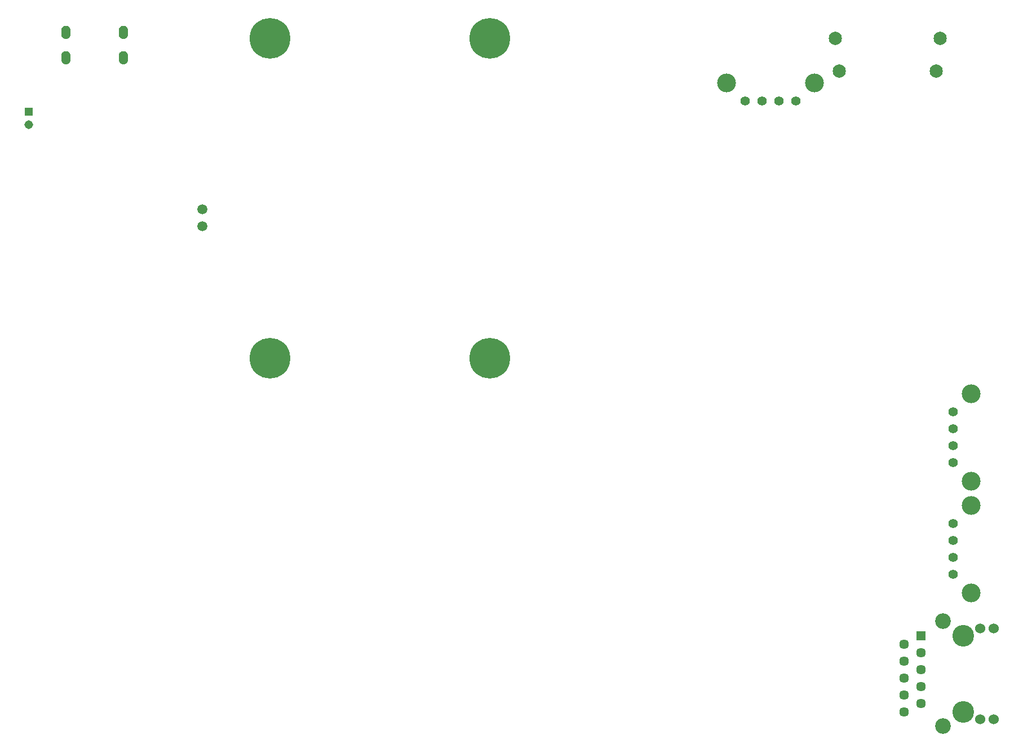
<source format=gbr>
%TF.GenerationSoftware,KiCad,Pcbnew,(5.99.0-10613-g4d227d2d2b)*%
%TF.CreationDate,2021-10-23T21:10:19-07:00*%
%TF.ProjectId,customBoard,63757374-6f6d-4426-9f61-72642e6b6963,0.0.1*%
%TF.SameCoordinates,Original*%
%TF.FileFunction,Soldermask,Bot*%
%TF.FilePolarity,Negative*%
%FSLAX46Y46*%
G04 Gerber Fmt 4.6, Leading zero omitted, Abs format (unit mm)*
G04 Created by KiCad (PCBNEW (5.99.0-10613-g4d227d2d2b)) date 2021-10-23 21:10:19*
%MOMM*%
%LPD*%
G01*
G04 APERTURE LIST*
%ADD10C,0.010000*%
%ADD11R,1.446000X1.446000*%
%ADD12C,1.446000*%
%ADD13C,1.530000*%
%ADD14C,2.355000*%
%ADD15C,3.250000*%
%ADD16C,1.422400*%
%ADD17C,2.819400*%
%ADD18C,6.100000*%
%ADD19C,1.498600*%
%ADD20R,1.308000X1.308000*%
%ADD21C,1.308000*%
%ADD22C,1.995000*%
G04 APERTURE END LIST*
D10*
%TO.C,J1*%
X47881000Y-27829000D02*
X47915018Y-27828109D01*
X47915018Y-27828109D02*
X47948944Y-27825439D01*
X47948944Y-27825439D02*
X47982682Y-27820997D01*
X47982682Y-27820997D02*
X48016143Y-27814796D01*
X48016143Y-27814796D02*
X48049232Y-27806852D01*
X48049232Y-27806852D02*
X48081861Y-27797187D01*
X48081861Y-27797187D02*
X48113939Y-27785827D01*
X48113939Y-27785827D02*
X48145379Y-27772805D01*
X48145379Y-27772805D02*
X48176094Y-27758154D01*
X48176094Y-27758154D02*
X48206000Y-27741917D01*
X48206000Y-27741917D02*
X48235015Y-27724136D01*
X48235015Y-27724136D02*
X48263060Y-27704861D01*
X48263060Y-27704861D02*
X48290058Y-27684145D01*
X48290058Y-27684145D02*
X48315935Y-27662044D01*
X48315935Y-27662044D02*
X48340619Y-27638619D01*
X48340619Y-27638619D02*
X48364044Y-27613935D01*
X48364044Y-27613935D02*
X48386145Y-27588058D01*
X48386145Y-27588058D02*
X48406861Y-27561060D01*
X48406861Y-27561060D02*
X48426136Y-27533015D01*
X48426136Y-27533015D02*
X48443917Y-27504000D01*
X48443917Y-27504000D02*
X48460154Y-27474094D01*
X48460154Y-27474094D02*
X48474805Y-27443379D01*
X48474805Y-27443379D02*
X48487827Y-27411939D01*
X48487827Y-27411939D02*
X48499187Y-27379861D01*
X48499187Y-27379861D02*
X48508852Y-27347232D01*
X48508852Y-27347232D02*
X48516796Y-27314143D01*
X48516796Y-27314143D02*
X48522997Y-27280682D01*
X48522997Y-27280682D02*
X48527439Y-27246944D01*
X48527439Y-27246944D02*
X48530109Y-27213018D01*
X48530109Y-27213018D02*
X48531000Y-27179000D01*
X48531000Y-27179000D02*
X48531000Y-26579000D01*
X48531000Y-26579000D02*
X48530109Y-26544982D01*
X48530109Y-26544982D02*
X48527439Y-26511056D01*
X48527439Y-26511056D02*
X48522997Y-26477318D01*
X48522997Y-26477318D02*
X48516796Y-26443857D01*
X48516796Y-26443857D02*
X48508852Y-26410768D01*
X48508852Y-26410768D02*
X48499187Y-26378139D01*
X48499187Y-26378139D02*
X48487827Y-26346061D01*
X48487827Y-26346061D02*
X48474805Y-26314621D01*
X48474805Y-26314621D02*
X48460154Y-26283906D01*
X48460154Y-26283906D02*
X48443917Y-26254000D01*
X48443917Y-26254000D02*
X48426136Y-26224985D01*
X48426136Y-26224985D02*
X48406861Y-26196940D01*
X48406861Y-26196940D02*
X48386145Y-26169942D01*
X48386145Y-26169942D02*
X48364044Y-26144065D01*
X48364044Y-26144065D02*
X48340619Y-26119381D01*
X48340619Y-26119381D02*
X48315935Y-26095956D01*
X48315935Y-26095956D02*
X48290058Y-26073855D01*
X48290058Y-26073855D02*
X48263060Y-26053139D01*
X48263060Y-26053139D02*
X48235015Y-26033864D01*
X48235015Y-26033864D02*
X48206000Y-26016083D01*
X48206000Y-26016083D02*
X48176094Y-25999846D01*
X48176094Y-25999846D02*
X48145379Y-25985195D01*
X48145379Y-25985195D02*
X48113939Y-25972173D01*
X48113939Y-25972173D02*
X48081861Y-25960813D01*
X48081861Y-25960813D02*
X48049232Y-25951148D01*
X48049232Y-25951148D02*
X48016143Y-25943204D01*
X48016143Y-25943204D02*
X47982682Y-25937003D01*
X47982682Y-25937003D02*
X47948944Y-25932561D01*
X47948944Y-25932561D02*
X47915018Y-25929891D01*
X47915018Y-25929891D02*
X47881000Y-25929000D01*
X47881000Y-25929000D02*
X47846982Y-25929891D01*
X47846982Y-25929891D02*
X47813056Y-25932561D01*
X47813056Y-25932561D02*
X47779318Y-25937003D01*
X47779318Y-25937003D02*
X47745857Y-25943204D01*
X47745857Y-25943204D02*
X47712768Y-25951148D01*
X47712768Y-25951148D02*
X47680139Y-25960813D01*
X47680139Y-25960813D02*
X47648061Y-25972173D01*
X47648061Y-25972173D02*
X47616621Y-25985195D01*
X47616621Y-25985195D02*
X47585906Y-25999846D01*
X47585906Y-25999846D02*
X47556000Y-26016083D01*
X47556000Y-26016083D02*
X47526985Y-26033864D01*
X47526985Y-26033864D02*
X47498940Y-26053139D01*
X47498940Y-26053139D02*
X47471942Y-26073855D01*
X47471942Y-26073855D02*
X47446065Y-26095956D01*
X47446065Y-26095956D02*
X47421381Y-26119381D01*
X47421381Y-26119381D02*
X47397956Y-26144065D01*
X47397956Y-26144065D02*
X47375855Y-26169942D01*
X47375855Y-26169942D02*
X47355139Y-26196940D01*
X47355139Y-26196940D02*
X47335864Y-26224985D01*
X47335864Y-26224985D02*
X47318083Y-26254000D01*
X47318083Y-26254000D02*
X47301846Y-26283906D01*
X47301846Y-26283906D02*
X47287195Y-26314621D01*
X47287195Y-26314621D02*
X47274173Y-26346061D01*
X47274173Y-26346061D02*
X47262813Y-26378139D01*
X47262813Y-26378139D02*
X47253148Y-26410768D01*
X47253148Y-26410768D02*
X47245204Y-26443857D01*
X47245204Y-26443857D02*
X47239003Y-26477318D01*
X47239003Y-26477318D02*
X47234561Y-26511056D01*
X47234561Y-26511056D02*
X47231891Y-26544982D01*
X47231891Y-26544982D02*
X47231000Y-26579000D01*
X47231000Y-26579000D02*
X47231000Y-27179000D01*
X47231000Y-27179000D02*
X47231891Y-27213018D01*
X47231891Y-27213018D02*
X47234561Y-27246944D01*
X47234561Y-27246944D02*
X47239003Y-27280682D01*
X47239003Y-27280682D02*
X47245204Y-27314143D01*
X47245204Y-27314143D02*
X47253148Y-27347232D01*
X47253148Y-27347232D02*
X47262813Y-27379861D01*
X47262813Y-27379861D02*
X47274173Y-27411939D01*
X47274173Y-27411939D02*
X47287195Y-27443379D01*
X47287195Y-27443379D02*
X47301846Y-27474094D01*
X47301846Y-27474094D02*
X47318083Y-27504000D01*
X47318083Y-27504000D02*
X47335864Y-27533015D01*
X47335864Y-27533015D02*
X47355139Y-27561060D01*
X47355139Y-27561060D02*
X47375855Y-27588058D01*
X47375855Y-27588058D02*
X47397956Y-27613935D01*
X47397956Y-27613935D02*
X47421381Y-27638619D01*
X47421381Y-27638619D02*
X47446065Y-27662044D01*
X47446065Y-27662044D02*
X47471942Y-27684145D01*
X47471942Y-27684145D02*
X47498940Y-27704861D01*
X47498940Y-27704861D02*
X47526985Y-27724136D01*
X47526985Y-27724136D02*
X47556000Y-27741917D01*
X47556000Y-27741917D02*
X47585906Y-27758154D01*
X47585906Y-27758154D02*
X47616621Y-27772805D01*
X47616621Y-27772805D02*
X47648061Y-27785827D01*
X47648061Y-27785827D02*
X47680139Y-27797187D01*
X47680139Y-27797187D02*
X47712768Y-27806852D01*
X47712768Y-27806852D02*
X47745857Y-27814796D01*
X47745857Y-27814796D02*
X47779318Y-27820997D01*
X47779318Y-27820997D02*
X47813056Y-27825439D01*
X47813056Y-27825439D02*
X47846982Y-27828109D01*
X47846982Y-27828109D02*
X47881000Y-27829000D01*
X47881000Y-27829000D02*
X47881000Y-27829000D01*
G36*
X47915018Y-25929891D02*
G01*
X47948944Y-25932561D01*
X47982682Y-25937003D01*
X48016143Y-25943204D01*
X48049232Y-25951148D01*
X48081861Y-25960813D01*
X48113939Y-25972173D01*
X48145379Y-25985195D01*
X48176094Y-25999846D01*
X48206000Y-26016083D01*
X48235015Y-26033864D01*
X48263060Y-26053139D01*
X48290058Y-26073855D01*
X48315935Y-26095956D01*
X48340619Y-26119381D01*
X48364044Y-26144065D01*
X48386145Y-26169942D01*
X48406861Y-26196940D01*
X48426136Y-26224985D01*
X48443917Y-26254000D01*
X48460154Y-26283906D01*
X48474805Y-26314621D01*
X48487827Y-26346061D01*
X48499187Y-26378139D01*
X48508852Y-26410768D01*
X48516796Y-26443857D01*
X48522997Y-26477318D01*
X48527439Y-26511056D01*
X48530109Y-26544982D01*
X48531000Y-26579000D01*
X48531000Y-27179000D01*
X48530109Y-27213018D01*
X48527439Y-27246944D01*
X48522997Y-27280682D01*
X48516796Y-27314143D01*
X48508852Y-27347232D01*
X48499187Y-27379861D01*
X48487827Y-27411939D01*
X48474805Y-27443379D01*
X48460154Y-27474094D01*
X48443917Y-27504000D01*
X48426136Y-27533015D01*
X48406861Y-27561060D01*
X48386145Y-27588058D01*
X48364044Y-27613935D01*
X48340619Y-27638619D01*
X48315935Y-27662044D01*
X48290058Y-27684145D01*
X48263060Y-27704861D01*
X48235015Y-27724136D01*
X48206000Y-27741917D01*
X48176094Y-27758154D01*
X48145379Y-27772805D01*
X48113939Y-27785827D01*
X48081861Y-27797187D01*
X48049232Y-27806852D01*
X48016143Y-27814796D01*
X47982682Y-27820997D01*
X47948944Y-27825439D01*
X47915018Y-27828109D01*
X47881000Y-27829000D01*
X47846982Y-27828109D01*
X47813056Y-27825439D01*
X47779318Y-27820997D01*
X47745857Y-27814796D01*
X47712768Y-27806852D01*
X47680139Y-27797187D01*
X47648061Y-27785827D01*
X47616621Y-27772805D01*
X47585906Y-27758154D01*
X47556000Y-27741917D01*
X47526985Y-27724136D01*
X47498940Y-27704861D01*
X47471942Y-27684145D01*
X47446065Y-27662044D01*
X47421381Y-27638619D01*
X47397956Y-27613935D01*
X47375855Y-27588058D01*
X47355139Y-27561060D01*
X47335864Y-27533015D01*
X47318083Y-27504000D01*
X47301846Y-27474094D01*
X47287195Y-27443379D01*
X47274173Y-27411939D01*
X47262813Y-27379861D01*
X47253148Y-27347232D01*
X47245204Y-27314143D01*
X47239003Y-27280682D01*
X47234561Y-27246944D01*
X47231891Y-27213018D01*
X47231000Y-27179000D01*
X47231000Y-26579000D01*
X47231891Y-26544982D01*
X47234561Y-26511056D01*
X47239003Y-26477318D01*
X47245204Y-26443857D01*
X47253148Y-26410768D01*
X47262813Y-26378139D01*
X47274173Y-26346061D01*
X47287195Y-26314621D01*
X47301846Y-26283906D01*
X47318083Y-26254000D01*
X47335864Y-26224985D01*
X47355139Y-26196940D01*
X47375855Y-26169942D01*
X47397956Y-26144065D01*
X47421381Y-26119381D01*
X47446065Y-26095956D01*
X47471942Y-26073855D01*
X47498940Y-26053139D01*
X47526985Y-26033864D01*
X47556000Y-26016083D01*
X47585906Y-25999846D01*
X47616621Y-25985195D01*
X47648061Y-25972173D01*
X47680139Y-25960813D01*
X47712768Y-25951148D01*
X47745857Y-25943204D01*
X47779318Y-25937003D01*
X47813056Y-25932561D01*
X47846982Y-25929891D01*
X47881000Y-25929000D01*
X47915018Y-25929891D01*
G37*
X47915018Y-25929891D02*
X47948944Y-25932561D01*
X47982682Y-25937003D01*
X48016143Y-25943204D01*
X48049232Y-25951148D01*
X48081861Y-25960813D01*
X48113939Y-25972173D01*
X48145379Y-25985195D01*
X48176094Y-25999846D01*
X48206000Y-26016083D01*
X48235015Y-26033864D01*
X48263060Y-26053139D01*
X48290058Y-26073855D01*
X48315935Y-26095956D01*
X48340619Y-26119381D01*
X48364044Y-26144065D01*
X48386145Y-26169942D01*
X48406861Y-26196940D01*
X48426136Y-26224985D01*
X48443917Y-26254000D01*
X48460154Y-26283906D01*
X48474805Y-26314621D01*
X48487827Y-26346061D01*
X48499187Y-26378139D01*
X48508852Y-26410768D01*
X48516796Y-26443857D01*
X48522997Y-26477318D01*
X48527439Y-26511056D01*
X48530109Y-26544982D01*
X48531000Y-26579000D01*
X48531000Y-27179000D01*
X48530109Y-27213018D01*
X48527439Y-27246944D01*
X48522997Y-27280682D01*
X48516796Y-27314143D01*
X48508852Y-27347232D01*
X48499187Y-27379861D01*
X48487827Y-27411939D01*
X48474805Y-27443379D01*
X48460154Y-27474094D01*
X48443917Y-27504000D01*
X48426136Y-27533015D01*
X48406861Y-27561060D01*
X48386145Y-27588058D01*
X48364044Y-27613935D01*
X48340619Y-27638619D01*
X48315935Y-27662044D01*
X48290058Y-27684145D01*
X48263060Y-27704861D01*
X48235015Y-27724136D01*
X48206000Y-27741917D01*
X48176094Y-27758154D01*
X48145379Y-27772805D01*
X48113939Y-27785827D01*
X48081861Y-27797187D01*
X48049232Y-27806852D01*
X48016143Y-27814796D01*
X47982682Y-27820997D01*
X47948944Y-27825439D01*
X47915018Y-27828109D01*
X47881000Y-27829000D01*
X47846982Y-27828109D01*
X47813056Y-27825439D01*
X47779318Y-27820997D01*
X47745857Y-27814796D01*
X47712768Y-27806852D01*
X47680139Y-27797187D01*
X47648061Y-27785827D01*
X47616621Y-27772805D01*
X47585906Y-27758154D01*
X47556000Y-27741917D01*
X47526985Y-27724136D01*
X47498940Y-27704861D01*
X47471942Y-27684145D01*
X47446065Y-27662044D01*
X47421381Y-27638619D01*
X47397956Y-27613935D01*
X47375855Y-27588058D01*
X47355139Y-27561060D01*
X47335864Y-27533015D01*
X47318083Y-27504000D01*
X47301846Y-27474094D01*
X47287195Y-27443379D01*
X47274173Y-27411939D01*
X47262813Y-27379861D01*
X47253148Y-27347232D01*
X47245204Y-27314143D01*
X47239003Y-27280682D01*
X47234561Y-27246944D01*
X47231891Y-27213018D01*
X47231000Y-27179000D01*
X47231000Y-26579000D01*
X47231891Y-26544982D01*
X47234561Y-26511056D01*
X47239003Y-26477318D01*
X47245204Y-26443857D01*
X47253148Y-26410768D01*
X47262813Y-26378139D01*
X47274173Y-26346061D01*
X47287195Y-26314621D01*
X47301846Y-26283906D01*
X47318083Y-26254000D01*
X47335864Y-26224985D01*
X47355139Y-26196940D01*
X47375855Y-26169942D01*
X47397956Y-26144065D01*
X47421381Y-26119381D01*
X47446065Y-26095956D01*
X47471942Y-26073855D01*
X47498940Y-26053139D01*
X47526985Y-26033864D01*
X47556000Y-26016083D01*
X47585906Y-25999846D01*
X47616621Y-25985195D01*
X47648061Y-25972173D01*
X47680139Y-25960813D01*
X47712768Y-25951148D01*
X47745857Y-25943204D01*
X47779318Y-25937003D01*
X47813056Y-25932561D01*
X47846982Y-25929891D01*
X47881000Y-25929000D01*
X47915018Y-25929891D01*
X39241000Y-27829000D02*
X39275018Y-27828109D01*
X39275018Y-27828109D02*
X39308944Y-27825439D01*
X39308944Y-27825439D02*
X39342682Y-27820997D01*
X39342682Y-27820997D02*
X39376143Y-27814796D01*
X39376143Y-27814796D02*
X39409232Y-27806852D01*
X39409232Y-27806852D02*
X39441861Y-27797187D01*
X39441861Y-27797187D02*
X39473939Y-27785827D01*
X39473939Y-27785827D02*
X39505379Y-27772805D01*
X39505379Y-27772805D02*
X39536094Y-27758154D01*
X39536094Y-27758154D02*
X39566000Y-27741917D01*
X39566000Y-27741917D02*
X39595015Y-27724136D01*
X39595015Y-27724136D02*
X39623060Y-27704861D01*
X39623060Y-27704861D02*
X39650058Y-27684145D01*
X39650058Y-27684145D02*
X39675935Y-27662044D01*
X39675935Y-27662044D02*
X39700619Y-27638619D01*
X39700619Y-27638619D02*
X39724044Y-27613935D01*
X39724044Y-27613935D02*
X39746145Y-27588058D01*
X39746145Y-27588058D02*
X39766861Y-27561060D01*
X39766861Y-27561060D02*
X39786136Y-27533015D01*
X39786136Y-27533015D02*
X39803917Y-27504000D01*
X39803917Y-27504000D02*
X39820154Y-27474094D01*
X39820154Y-27474094D02*
X39834805Y-27443379D01*
X39834805Y-27443379D02*
X39847827Y-27411939D01*
X39847827Y-27411939D02*
X39859187Y-27379861D01*
X39859187Y-27379861D02*
X39868852Y-27347232D01*
X39868852Y-27347232D02*
X39876796Y-27314143D01*
X39876796Y-27314143D02*
X39882997Y-27280682D01*
X39882997Y-27280682D02*
X39887439Y-27246944D01*
X39887439Y-27246944D02*
X39890109Y-27213018D01*
X39890109Y-27213018D02*
X39891000Y-27179000D01*
X39891000Y-27179000D02*
X39891000Y-26579000D01*
X39891000Y-26579000D02*
X39890109Y-26544982D01*
X39890109Y-26544982D02*
X39887439Y-26511056D01*
X39887439Y-26511056D02*
X39882997Y-26477318D01*
X39882997Y-26477318D02*
X39876796Y-26443857D01*
X39876796Y-26443857D02*
X39868852Y-26410768D01*
X39868852Y-26410768D02*
X39859187Y-26378139D01*
X39859187Y-26378139D02*
X39847827Y-26346061D01*
X39847827Y-26346061D02*
X39834805Y-26314621D01*
X39834805Y-26314621D02*
X39820154Y-26283906D01*
X39820154Y-26283906D02*
X39803917Y-26254000D01*
X39803917Y-26254000D02*
X39786136Y-26224985D01*
X39786136Y-26224985D02*
X39766861Y-26196940D01*
X39766861Y-26196940D02*
X39746145Y-26169942D01*
X39746145Y-26169942D02*
X39724044Y-26144065D01*
X39724044Y-26144065D02*
X39700619Y-26119381D01*
X39700619Y-26119381D02*
X39675935Y-26095956D01*
X39675935Y-26095956D02*
X39650058Y-26073855D01*
X39650058Y-26073855D02*
X39623060Y-26053139D01*
X39623060Y-26053139D02*
X39595015Y-26033864D01*
X39595015Y-26033864D02*
X39566000Y-26016083D01*
X39566000Y-26016083D02*
X39536094Y-25999846D01*
X39536094Y-25999846D02*
X39505379Y-25985195D01*
X39505379Y-25985195D02*
X39473939Y-25972173D01*
X39473939Y-25972173D02*
X39441861Y-25960813D01*
X39441861Y-25960813D02*
X39409232Y-25951148D01*
X39409232Y-25951148D02*
X39376143Y-25943204D01*
X39376143Y-25943204D02*
X39342682Y-25937003D01*
X39342682Y-25937003D02*
X39308944Y-25932561D01*
X39308944Y-25932561D02*
X39275018Y-25929891D01*
X39275018Y-25929891D02*
X39241000Y-25929000D01*
X39241000Y-25929000D02*
X39206982Y-25929891D01*
X39206982Y-25929891D02*
X39173056Y-25932561D01*
X39173056Y-25932561D02*
X39139318Y-25937003D01*
X39139318Y-25937003D02*
X39105857Y-25943204D01*
X39105857Y-25943204D02*
X39072768Y-25951148D01*
X39072768Y-25951148D02*
X39040139Y-25960813D01*
X39040139Y-25960813D02*
X39008061Y-25972173D01*
X39008061Y-25972173D02*
X38976621Y-25985195D01*
X38976621Y-25985195D02*
X38945906Y-25999846D01*
X38945906Y-25999846D02*
X38916000Y-26016083D01*
X38916000Y-26016083D02*
X38886985Y-26033864D01*
X38886985Y-26033864D02*
X38858940Y-26053139D01*
X38858940Y-26053139D02*
X38831942Y-26073855D01*
X38831942Y-26073855D02*
X38806065Y-26095956D01*
X38806065Y-26095956D02*
X38781381Y-26119381D01*
X38781381Y-26119381D02*
X38757956Y-26144065D01*
X38757956Y-26144065D02*
X38735855Y-26169942D01*
X38735855Y-26169942D02*
X38715139Y-26196940D01*
X38715139Y-26196940D02*
X38695864Y-26224985D01*
X38695864Y-26224985D02*
X38678083Y-26254000D01*
X38678083Y-26254000D02*
X38661846Y-26283906D01*
X38661846Y-26283906D02*
X38647195Y-26314621D01*
X38647195Y-26314621D02*
X38634173Y-26346061D01*
X38634173Y-26346061D02*
X38622813Y-26378139D01*
X38622813Y-26378139D02*
X38613148Y-26410768D01*
X38613148Y-26410768D02*
X38605204Y-26443857D01*
X38605204Y-26443857D02*
X38599003Y-26477318D01*
X38599003Y-26477318D02*
X38594561Y-26511056D01*
X38594561Y-26511056D02*
X38591891Y-26544982D01*
X38591891Y-26544982D02*
X38591000Y-26579000D01*
X38591000Y-26579000D02*
X38591000Y-27179000D01*
X38591000Y-27179000D02*
X38591891Y-27213018D01*
X38591891Y-27213018D02*
X38594561Y-27246944D01*
X38594561Y-27246944D02*
X38599003Y-27280682D01*
X38599003Y-27280682D02*
X38605204Y-27314143D01*
X38605204Y-27314143D02*
X38613148Y-27347232D01*
X38613148Y-27347232D02*
X38622813Y-27379861D01*
X38622813Y-27379861D02*
X38634173Y-27411939D01*
X38634173Y-27411939D02*
X38647195Y-27443379D01*
X38647195Y-27443379D02*
X38661846Y-27474094D01*
X38661846Y-27474094D02*
X38678083Y-27504000D01*
X38678083Y-27504000D02*
X38695864Y-27533015D01*
X38695864Y-27533015D02*
X38715139Y-27561060D01*
X38715139Y-27561060D02*
X38735855Y-27588058D01*
X38735855Y-27588058D02*
X38757956Y-27613935D01*
X38757956Y-27613935D02*
X38781381Y-27638619D01*
X38781381Y-27638619D02*
X38806065Y-27662044D01*
X38806065Y-27662044D02*
X38831942Y-27684145D01*
X38831942Y-27684145D02*
X38858940Y-27704861D01*
X38858940Y-27704861D02*
X38886985Y-27724136D01*
X38886985Y-27724136D02*
X38916000Y-27741917D01*
X38916000Y-27741917D02*
X38945906Y-27758154D01*
X38945906Y-27758154D02*
X38976621Y-27772805D01*
X38976621Y-27772805D02*
X39008061Y-27785827D01*
X39008061Y-27785827D02*
X39040139Y-27797187D01*
X39040139Y-27797187D02*
X39072768Y-27806852D01*
X39072768Y-27806852D02*
X39105857Y-27814796D01*
X39105857Y-27814796D02*
X39139318Y-27820997D01*
X39139318Y-27820997D02*
X39173056Y-27825439D01*
X39173056Y-27825439D02*
X39206982Y-27828109D01*
X39206982Y-27828109D02*
X39241000Y-27829000D01*
X39241000Y-27829000D02*
X39241000Y-27829000D01*
G36*
X39275018Y-25929891D02*
G01*
X39308944Y-25932561D01*
X39342682Y-25937003D01*
X39376143Y-25943204D01*
X39409232Y-25951148D01*
X39441861Y-25960813D01*
X39473939Y-25972173D01*
X39505379Y-25985195D01*
X39536094Y-25999846D01*
X39566000Y-26016083D01*
X39595015Y-26033864D01*
X39623060Y-26053139D01*
X39650058Y-26073855D01*
X39675935Y-26095956D01*
X39700619Y-26119381D01*
X39724044Y-26144065D01*
X39746145Y-26169942D01*
X39766861Y-26196940D01*
X39786136Y-26224985D01*
X39803917Y-26254000D01*
X39820154Y-26283906D01*
X39834805Y-26314621D01*
X39847827Y-26346061D01*
X39859187Y-26378139D01*
X39868852Y-26410768D01*
X39876796Y-26443857D01*
X39882997Y-26477318D01*
X39887439Y-26511056D01*
X39890109Y-26544982D01*
X39891000Y-26579000D01*
X39891000Y-27179000D01*
X39890109Y-27213018D01*
X39887439Y-27246944D01*
X39882997Y-27280682D01*
X39876796Y-27314143D01*
X39868852Y-27347232D01*
X39859187Y-27379861D01*
X39847827Y-27411939D01*
X39834805Y-27443379D01*
X39820154Y-27474094D01*
X39803917Y-27504000D01*
X39786136Y-27533015D01*
X39766861Y-27561060D01*
X39746145Y-27588058D01*
X39724044Y-27613935D01*
X39700619Y-27638619D01*
X39675935Y-27662044D01*
X39650058Y-27684145D01*
X39623060Y-27704861D01*
X39595015Y-27724136D01*
X39566000Y-27741917D01*
X39536094Y-27758154D01*
X39505379Y-27772805D01*
X39473939Y-27785827D01*
X39441861Y-27797187D01*
X39409232Y-27806852D01*
X39376143Y-27814796D01*
X39342682Y-27820997D01*
X39308944Y-27825439D01*
X39275018Y-27828109D01*
X39241000Y-27829000D01*
X39206982Y-27828109D01*
X39173056Y-27825439D01*
X39139318Y-27820997D01*
X39105857Y-27814796D01*
X39072768Y-27806852D01*
X39040139Y-27797187D01*
X39008061Y-27785827D01*
X38976621Y-27772805D01*
X38945906Y-27758154D01*
X38916000Y-27741917D01*
X38886985Y-27724136D01*
X38858940Y-27704861D01*
X38831942Y-27684145D01*
X38806065Y-27662044D01*
X38781381Y-27638619D01*
X38757956Y-27613935D01*
X38735855Y-27588058D01*
X38715139Y-27561060D01*
X38695864Y-27533015D01*
X38678083Y-27504000D01*
X38661846Y-27474094D01*
X38647195Y-27443379D01*
X38634173Y-27411939D01*
X38622813Y-27379861D01*
X38613148Y-27347232D01*
X38605204Y-27314143D01*
X38599003Y-27280682D01*
X38594561Y-27246944D01*
X38591891Y-27213018D01*
X38591000Y-27179000D01*
X38591000Y-26579000D01*
X38591891Y-26544982D01*
X38594561Y-26511056D01*
X38599003Y-26477318D01*
X38605204Y-26443857D01*
X38613148Y-26410768D01*
X38622813Y-26378139D01*
X38634173Y-26346061D01*
X38647195Y-26314621D01*
X38661846Y-26283906D01*
X38678083Y-26254000D01*
X38695864Y-26224985D01*
X38715139Y-26196940D01*
X38735855Y-26169942D01*
X38757956Y-26144065D01*
X38781381Y-26119381D01*
X38806065Y-26095956D01*
X38831942Y-26073855D01*
X38858940Y-26053139D01*
X38886985Y-26033864D01*
X38916000Y-26016083D01*
X38945906Y-25999846D01*
X38976621Y-25985195D01*
X39008061Y-25972173D01*
X39040139Y-25960813D01*
X39072768Y-25951148D01*
X39105857Y-25943204D01*
X39139318Y-25937003D01*
X39173056Y-25932561D01*
X39206982Y-25929891D01*
X39241000Y-25929000D01*
X39275018Y-25929891D01*
G37*
X39275018Y-25929891D02*
X39308944Y-25932561D01*
X39342682Y-25937003D01*
X39376143Y-25943204D01*
X39409232Y-25951148D01*
X39441861Y-25960813D01*
X39473939Y-25972173D01*
X39505379Y-25985195D01*
X39536094Y-25999846D01*
X39566000Y-26016083D01*
X39595015Y-26033864D01*
X39623060Y-26053139D01*
X39650058Y-26073855D01*
X39675935Y-26095956D01*
X39700619Y-26119381D01*
X39724044Y-26144065D01*
X39746145Y-26169942D01*
X39766861Y-26196940D01*
X39786136Y-26224985D01*
X39803917Y-26254000D01*
X39820154Y-26283906D01*
X39834805Y-26314621D01*
X39847827Y-26346061D01*
X39859187Y-26378139D01*
X39868852Y-26410768D01*
X39876796Y-26443857D01*
X39882997Y-26477318D01*
X39887439Y-26511056D01*
X39890109Y-26544982D01*
X39891000Y-26579000D01*
X39891000Y-27179000D01*
X39890109Y-27213018D01*
X39887439Y-27246944D01*
X39882997Y-27280682D01*
X39876796Y-27314143D01*
X39868852Y-27347232D01*
X39859187Y-27379861D01*
X39847827Y-27411939D01*
X39834805Y-27443379D01*
X39820154Y-27474094D01*
X39803917Y-27504000D01*
X39786136Y-27533015D01*
X39766861Y-27561060D01*
X39746145Y-27588058D01*
X39724044Y-27613935D01*
X39700619Y-27638619D01*
X39675935Y-27662044D01*
X39650058Y-27684145D01*
X39623060Y-27704861D01*
X39595015Y-27724136D01*
X39566000Y-27741917D01*
X39536094Y-27758154D01*
X39505379Y-27772805D01*
X39473939Y-27785827D01*
X39441861Y-27797187D01*
X39409232Y-27806852D01*
X39376143Y-27814796D01*
X39342682Y-27820997D01*
X39308944Y-27825439D01*
X39275018Y-27828109D01*
X39241000Y-27829000D01*
X39206982Y-27828109D01*
X39173056Y-27825439D01*
X39139318Y-27820997D01*
X39105857Y-27814796D01*
X39072768Y-27806852D01*
X39040139Y-27797187D01*
X39008061Y-27785827D01*
X38976621Y-27772805D01*
X38945906Y-27758154D01*
X38916000Y-27741917D01*
X38886985Y-27724136D01*
X38858940Y-27704861D01*
X38831942Y-27684145D01*
X38806065Y-27662044D01*
X38781381Y-27638619D01*
X38757956Y-27613935D01*
X38735855Y-27588058D01*
X38715139Y-27561060D01*
X38695864Y-27533015D01*
X38678083Y-27504000D01*
X38661846Y-27474094D01*
X38647195Y-27443379D01*
X38634173Y-27411939D01*
X38622813Y-27379861D01*
X38613148Y-27347232D01*
X38605204Y-27314143D01*
X38599003Y-27280682D01*
X38594561Y-27246944D01*
X38591891Y-27213018D01*
X38591000Y-27179000D01*
X38591000Y-26579000D01*
X38591891Y-26544982D01*
X38594561Y-26511056D01*
X38599003Y-26477318D01*
X38605204Y-26443857D01*
X38613148Y-26410768D01*
X38622813Y-26378139D01*
X38634173Y-26346061D01*
X38647195Y-26314621D01*
X38661846Y-26283906D01*
X38678083Y-26254000D01*
X38695864Y-26224985D01*
X38715139Y-26196940D01*
X38735855Y-26169942D01*
X38757956Y-26144065D01*
X38781381Y-26119381D01*
X38806065Y-26095956D01*
X38831942Y-26073855D01*
X38858940Y-26053139D01*
X38886985Y-26033864D01*
X38916000Y-26016083D01*
X38945906Y-25999846D01*
X38976621Y-25985195D01*
X39008061Y-25972173D01*
X39040139Y-25960813D01*
X39072768Y-25951148D01*
X39105857Y-25943204D01*
X39139318Y-25937003D01*
X39173056Y-25932561D01*
X39206982Y-25929891D01*
X39241000Y-25929000D01*
X39275018Y-25929891D01*
X47881000Y-24029000D02*
X47915018Y-24028109D01*
X47915018Y-24028109D02*
X47948944Y-24025439D01*
X47948944Y-24025439D02*
X47982682Y-24020997D01*
X47982682Y-24020997D02*
X48016143Y-24014796D01*
X48016143Y-24014796D02*
X48049232Y-24006852D01*
X48049232Y-24006852D02*
X48081861Y-23997187D01*
X48081861Y-23997187D02*
X48113939Y-23985827D01*
X48113939Y-23985827D02*
X48145379Y-23972805D01*
X48145379Y-23972805D02*
X48176094Y-23958154D01*
X48176094Y-23958154D02*
X48206000Y-23941917D01*
X48206000Y-23941917D02*
X48235015Y-23924136D01*
X48235015Y-23924136D02*
X48263060Y-23904861D01*
X48263060Y-23904861D02*
X48290058Y-23884145D01*
X48290058Y-23884145D02*
X48315935Y-23862044D01*
X48315935Y-23862044D02*
X48340619Y-23838619D01*
X48340619Y-23838619D02*
X48364044Y-23813935D01*
X48364044Y-23813935D02*
X48386145Y-23788058D01*
X48386145Y-23788058D02*
X48406861Y-23761060D01*
X48406861Y-23761060D02*
X48426136Y-23733015D01*
X48426136Y-23733015D02*
X48443917Y-23704000D01*
X48443917Y-23704000D02*
X48460154Y-23674094D01*
X48460154Y-23674094D02*
X48474805Y-23643379D01*
X48474805Y-23643379D02*
X48487827Y-23611939D01*
X48487827Y-23611939D02*
X48499187Y-23579861D01*
X48499187Y-23579861D02*
X48508852Y-23547232D01*
X48508852Y-23547232D02*
X48516796Y-23514143D01*
X48516796Y-23514143D02*
X48522997Y-23480682D01*
X48522997Y-23480682D02*
X48527439Y-23446944D01*
X48527439Y-23446944D02*
X48530109Y-23413018D01*
X48530109Y-23413018D02*
X48531000Y-23379000D01*
X48531000Y-23379000D02*
X48531000Y-22779000D01*
X48531000Y-22779000D02*
X48530109Y-22744982D01*
X48530109Y-22744982D02*
X48527439Y-22711056D01*
X48527439Y-22711056D02*
X48522997Y-22677318D01*
X48522997Y-22677318D02*
X48516796Y-22643857D01*
X48516796Y-22643857D02*
X48508852Y-22610768D01*
X48508852Y-22610768D02*
X48499187Y-22578139D01*
X48499187Y-22578139D02*
X48487827Y-22546061D01*
X48487827Y-22546061D02*
X48474805Y-22514621D01*
X48474805Y-22514621D02*
X48460154Y-22483906D01*
X48460154Y-22483906D02*
X48443917Y-22454000D01*
X48443917Y-22454000D02*
X48426136Y-22424985D01*
X48426136Y-22424985D02*
X48406861Y-22396940D01*
X48406861Y-22396940D02*
X48386145Y-22369942D01*
X48386145Y-22369942D02*
X48364044Y-22344065D01*
X48364044Y-22344065D02*
X48340619Y-22319381D01*
X48340619Y-22319381D02*
X48315935Y-22295956D01*
X48315935Y-22295956D02*
X48290058Y-22273855D01*
X48290058Y-22273855D02*
X48263060Y-22253139D01*
X48263060Y-22253139D02*
X48235015Y-22233864D01*
X48235015Y-22233864D02*
X48206000Y-22216083D01*
X48206000Y-22216083D02*
X48176094Y-22199846D01*
X48176094Y-22199846D02*
X48145379Y-22185195D01*
X48145379Y-22185195D02*
X48113939Y-22172173D01*
X48113939Y-22172173D02*
X48081861Y-22160813D01*
X48081861Y-22160813D02*
X48049232Y-22151148D01*
X48049232Y-22151148D02*
X48016143Y-22143204D01*
X48016143Y-22143204D02*
X47982682Y-22137003D01*
X47982682Y-22137003D02*
X47948944Y-22132561D01*
X47948944Y-22132561D02*
X47915018Y-22129891D01*
X47915018Y-22129891D02*
X47881000Y-22129000D01*
X47881000Y-22129000D02*
X47846982Y-22129891D01*
X47846982Y-22129891D02*
X47813056Y-22132561D01*
X47813056Y-22132561D02*
X47779318Y-22137003D01*
X47779318Y-22137003D02*
X47745857Y-22143204D01*
X47745857Y-22143204D02*
X47712768Y-22151148D01*
X47712768Y-22151148D02*
X47680139Y-22160813D01*
X47680139Y-22160813D02*
X47648061Y-22172173D01*
X47648061Y-22172173D02*
X47616621Y-22185195D01*
X47616621Y-22185195D02*
X47585906Y-22199846D01*
X47585906Y-22199846D02*
X47556000Y-22216083D01*
X47556000Y-22216083D02*
X47526985Y-22233864D01*
X47526985Y-22233864D02*
X47498940Y-22253139D01*
X47498940Y-22253139D02*
X47471942Y-22273855D01*
X47471942Y-22273855D02*
X47446065Y-22295956D01*
X47446065Y-22295956D02*
X47421381Y-22319381D01*
X47421381Y-22319381D02*
X47397956Y-22344065D01*
X47397956Y-22344065D02*
X47375855Y-22369942D01*
X47375855Y-22369942D02*
X47355139Y-22396940D01*
X47355139Y-22396940D02*
X47335864Y-22424985D01*
X47335864Y-22424985D02*
X47318083Y-22454000D01*
X47318083Y-22454000D02*
X47301846Y-22483906D01*
X47301846Y-22483906D02*
X47287195Y-22514621D01*
X47287195Y-22514621D02*
X47274173Y-22546061D01*
X47274173Y-22546061D02*
X47262813Y-22578139D01*
X47262813Y-22578139D02*
X47253148Y-22610768D01*
X47253148Y-22610768D02*
X47245204Y-22643857D01*
X47245204Y-22643857D02*
X47239003Y-22677318D01*
X47239003Y-22677318D02*
X47234561Y-22711056D01*
X47234561Y-22711056D02*
X47231891Y-22744982D01*
X47231891Y-22744982D02*
X47231000Y-22779000D01*
X47231000Y-22779000D02*
X47231000Y-23379000D01*
X47231000Y-23379000D02*
X47231891Y-23413018D01*
X47231891Y-23413018D02*
X47234561Y-23446944D01*
X47234561Y-23446944D02*
X47239003Y-23480682D01*
X47239003Y-23480682D02*
X47245204Y-23514143D01*
X47245204Y-23514143D02*
X47253148Y-23547232D01*
X47253148Y-23547232D02*
X47262813Y-23579861D01*
X47262813Y-23579861D02*
X47274173Y-23611939D01*
X47274173Y-23611939D02*
X47287195Y-23643379D01*
X47287195Y-23643379D02*
X47301846Y-23674094D01*
X47301846Y-23674094D02*
X47318083Y-23704000D01*
X47318083Y-23704000D02*
X47335864Y-23733015D01*
X47335864Y-23733015D02*
X47355139Y-23761060D01*
X47355139Y-23761060D02*
X47375855Y-23788058D01*
X47375855Y-23788058D02*
X47397956Y-23813935D01*
X47397956Y-23813935D02*
X47421381Y-23838619D01*
X47421381Y-23838619D02*
X47446065Y-23862044D01*
X47446065Y-23862044D02*
X47471942Y-23884145D01*
X47471942Y-23884145D02*
X47498940Y-23904861D01*
X47498940Y-23904861D02*
X47526985Y-23924136D01*
X47526985Y-23924136D02*
X47556000Y-23941917D01*
X47556000Y-23941917D02*
X47585906Y-23958154D01*
X47585906Y-23958154D02*
X47616621Y-23972805D01*
X47616621Y-23972805D02*
X47648061Y-23985827D01*
X47648061Y-23985827D02*
X47680139Y-23997187D01*
X47680139Y-23997187D02*
X47712768Y-24006852D01*
X47712768Y-24006852D02*
X47745857Y-24014796D01*
X47745857Y-24014796D02*
X47779318Y-24020997D01*
X47779318Y-24020997D02*
X47813056Y-24025439D01*
X47813056Y-24025439D02*
X47846982Y-24028109D01*
X47846982Y-24028109D02*
X47881000Y-24029000D01*
X47881000Y-24029000D02*
X47881000Y-24029000D01*
G36*
X47915018Y-22129891D02*
G01*
X47948944Y-22132561D01*
X47982682Y-22137003D01*
X48016143Y-22143204D01*
X48049232Y-22151148D01*
X48081861Y-22160813D01*
X48113939Y-22172173D01*
X48145379Y-22185195D01*
X48176094Y-22199846D01*
X48206000Y-22216083D01*
X48235015Y-22233864D01*
X48263060Y-22253139D01*
X48290058Y-22273855D01*
X48315935Y-22295956D01*
X48340619Y-22319381D01*
X48364044Y-22344065D01*
X48386145Y-22369942D01*
X48406861Y-22396940D01*
X48426136Y-22424985D01*
X48443917Y-22454000D01*
X48460154Y-22483906D01*
X48474805Y-22514621D01*
X48487827Y-22546061D01*
X48499187Y-22578139D01*
X48508852Y-22610768D01*
X48516796Y-22643857D01*
X48522997Y-22677318D01*
X48527439Y-22711056D01*
X48530109Y-22744982D01*
X48531000Y-22779000D01*
X48531000Y-23379000D01*
X48530109Y-23413018D01*
X48527439Y-23446944D01*
X48522997Y-23480682D01*
X48516796Y-23514143D01*
X48508852Y-23547232D01*
X48499187Y-23579861D01*
X48487827Y-23611939D01*
X48474805Y-23643379D01*
X48460154Y-23674094D01*
X48443917Y-23704000D01*
X48426136Y-23733015D01*
X48406861Y-23761060D01*
X48386145Y-23788058D01*
X48364044Y-23813935D01*
X48340619Y-23838619D01*
X48315935Y-23862044D01*
X48290058Y-23884145D01*
X48263060Y-23904861D01*
X48235015Y-23924136D01*
X48206000Y-23941917D01*
X48176094Y-23958154D01*
X48145379Y-23972805D01*
X48113939Y-23985827D01*
X48081861Y-23997187D01*
X48049232Y-24006852D01*
X48016143Y-24014796D01*
X47982682Y-24020997D01*
X47948944Y-24025439D01*
X47915018Y-24028109D01*
X47881000Y-24029000D01*
X47846982Y-24028109D01*
X47813056Y-24025439D01*
X47779318Y-24020997D01*
X47745857Y-24014796D01*
X47712768Y-24006852D01*
X47680139Y-23997187D01*
X47648061Y-23985827D01*
X47616621Y-23972805D01*
X47585906Y-23958154D01*
X47556000Y-23941917D01*
X47526985Y-23924136D01*
X47498940Y-23904861D01*
X47471942Y-23884145D01*
X47446065Y-23862044D01*
X47421381Y-23838619D01*
X47397956Y-23813935D01*
X47375855Y-23788058D01*
X47355139Y-23761060D01*
X47335864Y-23733015D01*
X47318083Y-23704000D01*
X47301846Y-23674094D01*
X47287195Y-23643379D01*
X47274173Y-23611939D01*
X47262813Y-23579861D01*
X47253148Y-23547232D01*
X47245204Y-23514143D01*
X47239003Y-23480682D01*
X47234561Y-23446944D01*
X47231891Y-23413018D01*
X47231000Y-23379000D01*
X47231000Y-22779000D01*
X47231891Y-22744982D01*
X47234561Y-22711056D01*
X47239003Y-22677318D01*
X47245204Y-22643857D01*
X47253148Y-22610768D01*
X47262813Y-22578139D01*
X47274173Y-22546061D01*
X47287195Y-22514621D01*
X47301846Y-22483906D01*
X47318083Y-22454000D01*
X47335864Y-22424985D01*
X47355139Y-22396940D01*
X47375855Y-22369942D01*
X47397956Y-22344065D01*
X47421381Y-22319381D01*
X47446065Y-22295956D01*
X47471942Y-22273855D01*
X47498940Y-22253139D01*
X47526985Y-22233864D01*
X47556000Y-22216083D01*
X47585906Y-22199846D01*
X47616621Y-22185195D01*
X47648061Y-22172173D01*
X47680139Y-22160813D01*
X47712768Y-22151148D01*
X47745857Y-22143204D01*
X47779318Y-22137003D01*
X47813056Y-22132561D01*
X47846982Y-22129891D01*
X47881000Y-22129000D01*
X47915018Y-22129891D01*
G37*
X47915018Y-22129891D02*
X47948944Y-22132561D01*
X47982682Y-22137003D01*
X48016143Y-22143204D01*
X48049232Y-22151148D01*
X48081861Y-22160813D01*
X48113939Y-22172173D01*
X48145379Y-22185195D01*
X48176094Y-22199846D01*
X48206000Y-22216083D01*
X48235015Y-22233864D01*
X48263060Y-22253139D01*
X48290058Y-22273855D01*
X48315935Y-22295956D01*
X48340619Y-22319381D01*
X48364044Y-22344065D01*
X48386145Y-22369942D01*
X48406861Y-22396940D01*
X48426136Y-22424985D01*
X48443917Y-22454000D01*
X48460154Y-22483906D01*
X48474805Y-22514621D01*
X48487827Y-22546061D01*
X48499187Y-22578139D01*
X48508852Y-22610768D01*
X48516796Y-22643857D01*
X48522997Y-22677318D01*
X48527439Y-22711056D01*
X48530109Y-22744982D01*
X48531000Y-22779000D01*
X48531000Y-23379000D01*
X48530109Y-23413018D01*
X48527439Y-23446944D01*
X48522997Y-23480682D01*
X48516796Y-23514143D01*
X48508852Y-23547232D01*
X48499187Y-23579861D01*
X48487827Y-23611939D01*
X48474805Y-23643379D01*
X48460154Y-23674094D01*
X48443917Y-23704000D01*
X48426136Y-23733015D01*
X48406861Y-23761060D01*
X48386145Y-23788058D01*
X48364044Y-23813935D01*
X48340619Y-23838619D01*
X48315935Y-23862044D01*
X48290058Y-23884145D01*
X48263060Y-23904861D01*
X48235015Y-23924136D01*
X48206000Y-23941917D01*
X48176094Y-23958154D01*
X48145379Y-23972805D01*
X48113939Y-23985827D01*
X48081861Y-23997187D01*
X48049232Y-24006852D01*
X48016143Y-24014796D01*
X47982682Y-24020997D01*
X47948944Y-24025439D01*
X47915018Y-24028109D01*
X47881000Y-24029000D01*
X47846982Y-24028109D01*
X47813056Y-24025439D01*
X47779318Y-24020997D01*
X47745857Y-24014796D01*
X47712768Y-24006852D01*
X47680139Y-23997187D01*
X47648061Y-23985827D01*
X47616621Y-23972805D01*
X47585906Y-23958154D01*
X47556000Y-23941917D01*
X47526985Y-23924136D01*
X47498940Y-23904861D01*
X47471942Y-23884145D01*
X47446065Y-23862044D01*
X47421381Y-23838619D01*
X47397956Y-23813935D01*
X47375855Y-23788058D01*
X47355139Y-23761060D01*
X47335864Y-23733015D01*
X47318083Y-23704000D01*
X47301846Y-23674094D01*
X47287195Y-23643379D01*
X47274173Y-23611939D01*
X47262813Y-23579861D01*
X47253148Y-23547232D01*
X47245204Y-23514143D01*
X47239003Y-23480682D01*
X47234561Y-23446944D01*
X47231891Y-23413018D01*
X47231000Y-23379000D01*
X47231000Y-22779000D01*
X47231891Y-22744982D01*
X47234561Y-22711056D01*
X47239003Y-22677318D01*
X47245204Y-22643857D01*
X47253148Y-22610768D01*
X47262813Y-22578139D01*
X47274173Y-22546061D01*
X47287195Y-22514621D01*
X47301846Y-22483906D01*
X47318083Y-22454000D01*
X47335864Y-22424985D01*
X47355139Y-22396940D01*
X47375855Y-22369942D01*
X47397956Y-22344065D01*
X47421381Y-22319381D01*
X47446065Y-22295956D01*
X47471942Y-22273855D01*
X47498940Y-22253139D01*
X47526985Y-22233864D01*
X47556000Y-22216083D01*
X47585906Y-22199846D01*
X47616621Y-22185195D01*
X47648061Y-22172173D01*
X47680139Y-22160813D01*
X47712768Y-22151148D01*
X47745857Y-22143204D01*
X47779318Y-22137003D01*
X47813056Y-22132561D01*
X47846982Y-22129891D01*
X47881000Y-22129000D01*
X47915018Y-22129891D01*
X39241000Y-24029000D02*
X39275018Y-24028109D01*
X39275018Y-24028109D02*
X39308944Y-24025439D01*
X39308944Y-24025439D02*
X39342682Y-24020997D01*
X39342682Y-24020997D02*
X39376143Y-24014796D01*
X39376143Y-24014796D02*
X39409232Y-24006852D01*
X39409232Y-24006852D02*
X39441861Y-23997187D01*
X39441861Y-23997187D02*
X39473939Y-23985827D01*
X39473939Y-23985827D02*
X39505379Y-23972805D01*
X39505379Y-23972805D02*
X39536094Y-23958154D01*
X39536094Y-23958154D02*
X39566000Y-23941917D01*
X39566000Y-23941917D02*
X39595015Y-23924136D01*
X39595015Y-23924136D02*
X39623060Y-23904861D01*
X39623060Y-23904861D02*
X39650058Y-23884145D01*
X39650058Y-23884145D02*
X39675935Y-23862044D01*
X39675935Y-23862044D02*
X39700619Y-23838619D01*
X39700619Y-23838619D02*
X39724044Y-23813935D01*
X39724044Y-23813935D02*
X39746145Y-23788058D01*
X39746145Y-23788058D02*
X39766861Y-23761060D01*
X39766861Y-23761060D02*
X39786136Y-23733015D01*
X39786136Y-23733015D02*
X39803917Y-23704000D01*
X39803917Y-23704000D02*
X39820154Y-23674094D01*
X39820154Y-23674094D02*
X39834805Y-23643379D01*
X39834805Y-23643379D02*
X39847827Y-23611939D01*
X39847827Y-23611939D02*
X39859187Y-23579861D01*
X39859187Y-23579861D02*
X39868852Y-23547232D01*
X39868852Y-23547232D02*
X39876796Y-23514143D01*
X39876796Y-23514143D02*
X39882997Y-23480682D01*
X39882997Y-23480682D02*
X39887439Y-23446944D01*
X39887439Y-23446944D02*
X39890109Y-23413018D01*
X39890109Y-23413018D02*
X39891000Y-23379000D01*
X39891000Y-23379000D02*
X39891000Y-22779000D01*
X39891000Y-22779000D02*
X39890109Y-22744982D01*
X39890109Y-22744982D02*
X39887439Y-22711056D01*
X39887439Y-22711056D02*
X39882997Y-22677318D01*
X39882997Y-22677318D02*
X39876796Y-22643857D01*
X39876796Y-22643857D02*
X39868852Y-22610768D01*
X39868852Y-22610768D02*
X39859187Y-22578139D01*
X39859187Y-22578139D02*
X39847827Y-22546061D01*
X39847827Y-22546061D02*
X39834805Y-22514621D01*
X39834805Y-22514621D02*
X39820154Y-22483906D01*
X39820154Y-22483906D02*
X39803917Y-22454000D01*
X39803917Y-22454000D02*
X39786136Y-22424985D01*
X39786136Y-22424985D02*
X39766861Y-22396940D01*
X39766861Y-22396940D02*
X39746145Y-22369942D01*
X39746145Y-22369942D02*
X39724044Y-22344065D01*
X39724044Y-22344065D02*
X39700619Y-22319381D01*
X39700619Y-22319381D02*
X39675935Y-22295956D01*
X39675935Y-22295956D02*
X39650058Y-22273855D01*
X39650058Y-22273855D02*
X39623060Y-22253139D01*
X39623060Y-22253139D02*
X39595015Y-22233864D01*
X39595015Y-22233864D02*
X39566000Y-22216083D01*
X39566000Y-22216083D02*
X39536094Y-22199846D01*
X39536094Y-22199846D02*
X39505379Y-22185195D01*
X39505379Y-22185195D02*
X39473939Y-22172173D01*
X39473939Y-22172173D02*
X39441861Y-22160813D01*
X39441861Y-22160813D02*
X39409232Y-22151148D01*
X39409232Y-22151148D02*
X39376143Y-22143204D01*
X39376143Y-22143204D02*
X39342682Y-22137003D01*
X39342682Y-22137003D02*
X39308944Y-22132561D01*
X39308944Y-22132561D02*
X39275018Y-22129891D01*
X39275018Y-22129891D02*
X39241000Y-22129000D01*
X39241000Y-22129000D02*
X39206982Y-22129891D01*
X39206982Y-22129891D02*
X39173056Y-22132561D01*
X39173056Y-22132561D02*
X39139318Y-22137003D01*
X39139318Y-22137003D02*
X39105857Y-22143204D01*
X39105857Y-22143204D02*
X39072768Y-22151148D01*
X39072768Y-22151148D02*
X39040139Y-22160813D01*
X39040139Y-22160813D02*
X39008061Y-22172173D01*
X39008061Y-22172173D02*
X38976621Y-22185195D01*
X38976621Y-22185195D02*
X38945906Y-22199846D01*
X38945906Y-22199846D02*
X38916000Y-22216083D01*
X38916000Y-22216083D02*
X38886985Y-22233864D01*
X38886985Y-22233864D02*
X38858940Y-22253139D01*
X38858940Y-22253139D02*
X38831942Y-22273855D01*
X38831942Y-22273855D02*
X38806065Y-22295956D01*
X38806065Y-22295956D02*
X38781381Y-22319381D01*
X38781381Y-22319381D02*
X38757956Y-22344065D01*
X38757956Y-22344065D02*
X38735855Y-22369942D01*
X38735855Y-22369942D02*
X38715139Y-22396940D01*
X38715139Y-22396940D02*
X38695864Y-22424985D01*
X38695864Y-22424985D02*
X38678083Y-22454000D01*
X38678083Y-22454000D02*
X38661846Y-22483906D01*
X38661846Y-22483906D02*
X38647195Y-22514621D01*
X38647195Y-22514621D02*
X38634173Y-22546061D01*
X38634173Y-22546061D02*
X38622813Y-22578139D01*
X38622813Y-22578139D02*
X38613148Y-22610768D01*
X38613148Y-22610768D02*
X38605204Y-22643857D01*
X38605204Y-22643857D02*
X38599003Y-22677318D01*
X38599003Y-22677318D02*
X38594561Y-22711056D01*
X38594561Y-22711056D02*
X38591891Y-22744982D01*
X38591891Y-22744982D02*
X38591000Y-22779000D01*
X38591000Y-22779000D02*
X38591000Y-23379000D01*
X38591000Y-23379000D02*
X38591891Y-23413018D01*
X38591891Y-23413018D02*
X38594561Y-23446944D01*
X38594561Y-23446944D02*
X38599003Y-23480682D01*
X38599003Y-23480682D02*
X38605204Y-23514143D01*
X38605204Y-23514143D02*
X38613148Y-23547232D01*
X38613148Y-23547232D02*
X38622813Y-23579861D01*
X38622813Y-23579861D02*
X38634173Y-23611939D01*
X38634173Y-23611939D02*
X38647195Y-23643379D01*
X38647195Y-23643379D02*
X38661846Y-23674094D01*
X38661846Y-23674094D02*
X38678083Y-23704000D01*
X38678083Y-23704000D02*
X38695864Y-23733015D01*
X38695864Y-23733015D02*
X38715139Y-23761060D01*
X38715139Y-23761060D02*
X38735855Y-23788058D01*
X38735855Y-23788058D02*
X38757956Y-23813935D01*
X38757956Y-23813935D02*
X38781381Y-23838619D01*
X38781381Y-23838619D02*
X38806065Y-23862044D01*
X38806065Y-23862044D02*
X38831942Y-23884145D01*
X38831942Y-23884145D02*
X38858940Y-23904861D01*
X38858940Y-23904861D02*
X38886985Y-23924136D01*
X38886985Y-23924136D02*
X38916000Y-23941917D01*
X38916000Y-23941917D02*
X38945906Y-23958154D01*
X38945906Y-23958154D02*
X38976621Y-23972805D01*
X38976621Y-23972805D02*
X39008061Y-23985827D01*
X39008061Y-23985827D02*
X39040139Y-23997187D01*
X39040139Y-23997187D02*
X39072768Y-24006852D01*
X39072768Y-24006852D02*
X39105857Y-24014796D01*
X39105857Y-24014796D02*
X39139318Y-24020997D01*
X39139318Y-24020997D02*
X39173056Y-24025439D01*
X39173056Y-24025439D02*
X39206982Y-24028109D01*
X39206982Y-24028109D02*
X39241000Y-24029000D01*
X39241000Y-24029000D02*
X39241000Y-24029000D01*
G36*
X39275018Y-22129891D02*
G01*
X39308944Y-22132561D01*
X39342682Y-22137003D01*
X39376143Y-22143204D01*
X39409232Y-22151148D01*
X39441861Y-22160813D01*
X39473939Y-22172173D01*
X39505379Y-22185195D01*
X39536094Y-22199846D01*
X39566000Y-22216083D01*
X39595015Y-22233864D01*
X39623060Y-22253139D01*
X39650058Y-22273855D01*
X39675935Y-22295956D01*
X39700619Y-22319381D01*
X39724044Y-22344065D01*
X39746145Y-22369942D01*
X39766861Y-22396940D01*
X39786136Y-22424985D01*
X39803917Y-22454000D01*
X39820154Y-22483906D01*
X39834805Y-22514621D01*
X39847827Y-22546061D01*
X39859187Y-22578139D01*
X39868852Y-22610768D01*
X39876796Y-22643857D01*
X39882997Y-22677318D01*
X39887439Y-22711056D01*
X39890109Y-22744982D01*
X39891000Y-22779000D01*
X39891000Y-23379000D01*
X39890109Y-23413018D01*
X39887439Y-23446944D01*
X39882997Y-23480682D01*
X39876796Y-23514143D01*
X39868852Y-23547232D01*
X39859187Y-23579861D01*
X39847827Y-23611939D01*
X39834805Y-23643379D01*
X39820154Y-23674094D01*
X39803917Y-23704000D01*
X39786136Y-23733015D01*
X39766861Y-23761060D01*
X39746145Y-23788058D01*
X39724044Y-23813935D01*
X39700619Y-23838619D01*
X39675935Y-23862044D01*
X39650058Y-23884145D01*
X39623060Y-23904861D01*
X39595015Y-23924136D01*
X39566000Y-23941917D01*
X39536094Y-23958154D01*
X39505379Y-23972805D01*
X39473939Y-23985827D01*
X39441861Y-23997187D01*
X39409232Y-24006852D01*
X39376143Y-24014796D01*
X39342682Y-24020997D01*
X39308944Y-24025439D01*
X39275018Y-24028109D01*
X39241000Y-24029000D01*
X39206982Y-24028109D01*
X39173056Y-24025439D01*
X39139318Y-24020997D01*
X39105857Y-24014796D01*
X39072768Y-24006852D01*
X39040139Y-23997187D01*
X39008061Y-23985827D01*
X38976621Y-23972805D01*
X38945906Y-23958154D01*
X38916000Y-23941917D01*
X38886985Y-23924136D01*
X38858940Y-23904861D01*
X38831942Y-23884145D01*
X38806065Y-23862044D01*
X38781381Y-23838619D01*
X38757956Y-23813935D01*
X38735855Y-23788058D01*
X38715139Y-23761060D01*
X38695864Y-23733015D01*
X38678083Y-23704000D01*
X38661846Y-23674094D01*
X38647195Y-23643379D01*
X38634173Y-23611939D01*
X38622813Y-23579861D01*
X38613148Y-23547232D01*
X38605204Y-23514143D01*
X38599003Y-23480682D01*
X38594561Y-23446944D01*
X38591891Y-23413018D01*
X38591000Y-23379000D01*
X38591000Y-22779000D01*
X38591891Y-22744982D01*
X38594561Y-22711056D01*
X38599003Y-22677318D01*
X38605204Y-22643857D01*
X38613148Y-22610768D01*
X38622813Y-22578139D01*
X38634173Y-22546061D01*
X38647195Y-22514621D01*
X38661846Y-22483906D01*
X38678083Y-22454000D01*
X38695864Y-22424985D01*
X38715139Y-22396940D01*
X38735855Y-22369942D01*
X38757956Y-22344065D01*
X38781381Y-22319381D01*
X38806065Y-22295956D01*
X38831942Y-22273855D01*
X38858940Y-22253139D01*
X38886985Y-22233864D01*
X38916000Y-22216083D01*
X38945906Y-22199846D01*
X38976621Y-22185195D01*
X39008061Y-22172173D01*
X39040139Y-22160813D01*
X39072768Y-22151148D01*
X39105857Y-22143204D01*
X39139318Y-22137003D01*
X39173056Y-22132561D01*
X39206982Y-22129891D01*
X39241000Y-22129000D01*
X39275018Y-22129891D01*
G37*
X39275018Y-22129891D02*
X39308944Y-22132561D01*
X39342682Y-22137003D01*
X39376143Y-22143204D01*
X39409232Y-22151148D01*
X39441861Y-22160813D01*
X39473939Y-22172173D01*
X39505379Y-22185195D01*
X39536094Y-22199846D01*
X39566000Y-22216083D01*
X39595015Y-22233864D01*
X39623060Y-22253139D01*
X39650058Y-22273855D01*
X39675935Y-22295956D01*
X39700619Y-22319381D01*
X39724044Y-22344065D01*
X39746145Y-22369942D01*
X39766861Y-22396940D01*
X39786136Y-22424985D01*
X39803917Y-22454000D01*
X39820154Y-22483906D01*
X39834805Y-22514621D01*
X39847827Y-22546061D01*
X39859187Y-22578139D01*
X39868852Y-22610768D01*
X39876796Y-22643857D01*
X39882997Y-22677318D01*
X39887439Y-22711056D01*
X39890109Y-22744982D01*
X39891000Y-22779000D01*
X39891000Y-23379000D01*
X39890109Y-23413018D01*
X39887439Y-23446944D01*
X39882997Y-23480682D01*
X39876796Y-23514143D01*
X39868852Y-23547232D01*
X39859187Y-23579861D01*
X39847827Y-23611939D01*
X39834805Y-23643379D01*
X39820154Y-23674094D01*
X39803917Y-23704000D01*
X39786136Y-23733015D01*
X39766861Y-23761060D01*
X39746145Y-23788058D01*
X39724044Y-23813935D01*
X39700619Y-23838619D01*
X39675935Y-23862044D01*
X39650058Y-23884145D01*
X39623060Y-23904861D01*
X39595015Y-23924136D01*
X39566000Y-23941917D01*
X39536094Y-23958154D01*
X39505379Y-23972805D01*
X39473939Y-23985827D01*
X39441861Y-23997187D01*
X39409232Y-24006852D01*
X39376143Y-24014796D01*
X39342682Y-24020997D01*
X39308944Y-24025439D01*
X39275018Y-24028109D01*
X39241000Y-24029000D01*
X39206982Y-24028109D01*
X39173056Y-24025439D01*
X39139318Y-24020997D01*
X39105857Y-24014796D01*
X39072768Y-24006852D01*
X39040139Y-23997187D01*
X39008061Y-23985827D01*
X38976621Y-23972805D01*
X38945906Y-23958154D01*
X38916000Y-23941917D01*
X38886985Y-23924136D01*
X38858940Y-23904861D01*
X38831942Y-23884145D01*
X38806065Y-23862044D01*
X38781381Y-23838619D01*
X38757956Y-23813935D01*
X38735855Y-23788058D01*
X38715139Y-23761060D01*
X38695864Y-23733015D01*
X38678083Y-23704000D01*
X38661846Y-23674094D01*
X38647195Y-23643379D01*
X38634173Y-23611939D01*
X38622813Y-23579861D01*
X38613148Y-23547232D01*
X38605204Y-23514143D01*
X38599003Y-23480682D01*
X38594561Y-23446944D01*
X38591891Y-23413018D01*
X38591000Y-23379000D01*
X38591000Y-22779000D01*
X38591891Y-22744982D01*
X38594561Y-22711056D01*
X38599003Y-22677318D01*
X38605204Y-22643857D01*
X38613148Y-22610768D01*
X38622813Y-22578139D01*
X38634173Y-22546061D01*
X38647195Y-22514621D01*
X38661846Y-22483906D01*
X38678083Y-22454000D01*
X38695864Y-22424985D01*
X38715139Y-22396940D01*
X38735855Y-22369942D01*
X38757956Y-22344065D01*
X38781381Y-22319381D01*
X38806065Y-22295956D01*
X38831942Y-22273855D01*
X38858940Y-22253139D01*
X38886985Y-22233864D01*
X38916000Y-22216083D01*
X38945906Y-22199846D01*
X38976621Y-22185195D01*
X39008061Y-22172173D01*
X39040139Y-22160813D01*
X39072768Y-22151148D01*
X39105857Y-22143204D01*
X39139318Y-22137003D01*
X39173056Y-22132561D01*
X39206982Y-22129891D01*
X39241000Y-22129000D01*
X39275018Y-22129891D01*
X47881000Y-27829000D02*
X47915018Y-27828109D01*
X47915018Y-27828109D02*
X47948944Y-27825439D01*
X47948944Y-27825439D02*
X47982682Y-27820997D01*
X47982682Y-27820997D02*
X48016143Y-27814796D01*
X48016143Y-27814796D02*
X48049232Y-27806852D01*
X48049232Y-27806852D02*
X48081861Y-27797187D01*
X48081861Y-27797187D02*
X48113939Y-27785827D01*
X48113939Y-27785827D02*
X48145379Y-27772805D01*
X48145379Y-27772805D02*
X48176094Y-27758154D01*
X48176094Y-27758154D02*
X48206000Y-27741917D01*
X48206000Y-27741917D02*
X48235015Y-27724136D01*
X48235015Y-27724136D02*
X48263060Y-27704861D01*
X48263060Y-27704861D02*
X48290058Y-27684145D01*
X48290058Y-27684145D02*
X48315935Y-27662044D01*
X48315935Y-27662044D02*
X48340619Y-27638619D01*
X48340619Y-27638619D02*
X48364044Y-27613935D01*
X48364044Y-27613935D02*
X48386145Y-27588058D01*
X48386145Y-27588058D02*
X48406861Y-27561060D01*
X48406861Y-27561060D02*
X48426136Y-27533015D01*
X48426136Y-27533015D02*
X48443917Y-27504000D01*
X48443917Y-27504000D02*
X48460154Y-27474094D01*
X48460154Y-27474094D02*
X48474805Y-27443379D01*
X48474805Y-27443379D02*
X48487827Y-27411939D01*
X48487827Y-27411939D02*
X48499187Y-27379861D01*
X48499187Y-27379861D02*
X48508852Y-27347232D01*
X48508852Y-27347232D02*
X48516796Y-27314143D01*
X48516796Y-27314143D02*
X48522997Y-27280682D01*
X48522997Y-27280682D02*
X48527439Y-27246944D01*
X48527439Y-27246944D02*
X48530109Y-27213018D01*
X48530109Y-27213018D02*
X48531000Y-27179000D01*
X48531000Y-27179000D02*
X48531000Y-26579000D01*
X48531000Y-26579000D02*
X48530109Y-26544982D01*
X48530109Y-26544982D02*
X48527439Y-26511056D01*
X48527439Y-26511056D02*
X48522997Y-26477318D01*
X48522997Y-26477318D02*
X48516796Y-26443857D01*
X48516796Y-26443857D02*
X48508852Y-26410768D01*
X48508852Y-26410768D02*
X48499187Y-26378139D01*
X48499187Y-26378139D02*
X48487827Y-26346061D01*
X48487827Y-26346061D02*
X48474805Y-26314621D01*
X48474805Y-26314621D02*
X48460154Y-26283906D01*
X48460154Y-26283906D02*
X48443917Y-26254000D01*
X48443917Y-26254000D02*
X48426136Y-26224985D01*
X48426136Y-26224985D02*
X48406861Y-26196940D01*
X48406861Y-26196940D02*
X48386145Y-26169942D01*
X48386145Y-26169942D02*
X48364044Y-26144065D01*
X48364044Y-26144065D02*
X48340619Y-26119381D01*
X48340619Y-26119381D02*
X48315935Y-26095956D01*
X48315935Y-26095956D02*
X48290058Y-26073855D01*
X48290058Y-26073855D02*
X48263060Y-26053139D01*
X48263060Y-26053139D02*
X48235015Y-26033864D01*
X48235015Y-26033864D02*
X48206000Y-26016083D01*
X48206000Y-26016083D02*
X48176094Y-25999846D01*
X48176094Y-25999846D02*
X48145379Y-25985195D01*
X48145379Y-25985195D02*
X48113939Y-25972173D01*
X48113939Y-25972173D02*
X48081861Y-25960813D01*
X48081861Y-25960813D02*
X48049232Y-25951148D01*
X48049232Y-25951148D02*
X48016143Y-25943204D01*
X48016143Y-25943204D02*
X47982682Y-25937003D01*
X47982682Y-25937003D02*
X47948944Y-25932561D01*
X47948944Y-25932561D02*
X47915018Y-25929891D01*
X47915018Y-25929891D02*
X47881000Y-25929000D01*
X47881000Y-25929000D02*
X47846982Y-25929891D01*
X47846982Y-25929891D02*
X47813056Y-25932561D01*
X47813056Y-25932561D02*
X47779318Y-25937003D01*
X47779318Y-25937003D02*
X47745857Y-25943204D01*
X47745857Y-25943204D02*
X47712768Y-25951148D01*
X47712768Y-25951148D02*
X47680139Y-25960813D01*
X47680139Y-25960813D02*
X47648061Y-25972173D01*
X47648061Y-25972173D02*
X47616621Y-25985195D01*
X47616621Y-25985195D02*
X47585906Y-25999846D01*
X47585906Y-25999846D02*
X47556000Y-26016083D01*
X47556000Y-26016083D02*
X47526985Y-26033864D01*
X47526985Y-26033864D02*
X47498940Y-26053139D01*
X47498940Y-26053139D02*
X47471942Y-26073855D01*
X47471942Y-26073855D02*
X47446065Y-26095956D01*
X47446065Y-26095956D02*
X47421381Y-26119381D01*
X47421381Y-26119381D02*
X47397956Y-26144065D01*
X47397956Y-26144065D02*
X47375855Y-26169942D01*
X47375855Y-26169942D02*
X47355139Y-26196940D01*
X47355139Y-26196940D02*
X47335864Y-26224985D01*
X47335864Y-26224985D02*
X47318083Y-26254000D01*
X47318083Y-26254000D02*
X47301846Y-26283906D01*
X47301846Y-26283906D02*
X47287195Y-26314621D01*
X47287195Y-26314621D02*
X47274173Y-26346061D01*
X47274173Y-26346061D02*
X47262813Y-26378139D01*
X47262813Y-26378139D02*
X47253148Y-26410768D01*
X47253148Y-26410768D02*
X47245204Y-26443857D01*
X47245204Y-26443857D02*
X47239003Y-26477318D01*
X47239003Y-26477318D02*
X47234561Y-26511056D01*
X47234561Y-26511056D02*
X47231891Y-26544982D01*
X47231891Y-26544982D02*
X47231000Y-26579000D01*
X47231000Y-26579000D02*
X47231000Y-27179000D01*
X47231000Y-27179000D02*
X47231891Y-27213018D01*
X47231891Y-27213018D02*
X47234561Y-27246944D01*
X47234561Y-27246944D02*
X47239003Y-27280682D01*
X47239003Y-27280682D02*
X47245204Y-27314143D01*
X47245204Y-27314143D02*
X47253148Y-27347232D01*
X47253148Y-27347232D02*
X47262813Y-27379861D01*
X47262813Y-27379861D02*
X47274173Y-27411939D01*
X47274173Y-27411939D02*
X47287195Y-27443379D01*
X47287195Y-27443379D02*
X47301846Y-27474094D01*
X47301846Y-27474094D02*
X47318083Y-27504000D01*
X47318083Y-27504000D02*
X47335864Y-27533015D01*
X47335864Y-27533015D02*
X47355139Y-27561060D01*
X47355139Y-27561060D02*
X47375855Y-27588058D01*
X47375855Y-27588058D02*
X47397956Y-27613935D01*
X47397956Y-27613935D02*
X47421381Y-27638619D01*
X47421381Y-27638619D02*
X47446065Y-27662044D01*
X47446065Y-27662044D02*
X47471942Y-27684145D01*
X47471942Y-27684145D02*
X47498940Y-27704861D01*
X47498940Y-27704861D02*
X47526985Y-27724136D01*
X47526985Y-27724136D02*
X47556000Y-27741917D01*
X47556000Y-27741917D02*
X47585906Y-27758154D01*
X47585906Y-27758154D02*
X47616621Y-27772805D01*
X47616621Y-27772805D02*
X47648061Y-27785827D01*
X47648061Y-27785827D02*
X47680139Y-27797187D01*
X47680139Y-27797187D02*
X47712768Y-27806852D01*
X47712768Y-27806852D02*
X47745857Y-27814796D01*
X47745857Y-27814796D02*
X47779318Y-27820997D01*
X47779318Y-27820997D02*
X47813056Y-27825439D01*
X47813056Y-27825439D02*
X47846982Y-27828109D01*
X47846982Y-27828109D02*
X47881000Y-27829000D01*
X47881000Y-27829000D02*
X47881000Y-27829000D01*
G36*
X47915018Y-25929891D02*
G01*
X47948944Y-25932561D01*
X47982682Y-25937003D01*
X48016143Y-25943204D01*
X48049232Y-25951148D01*
X48081861Y-25960813D01*
X48113939Y-25972173D01*
X48145379Y-25985195D01*
X48176094Y-25999846D01*
X48206000Y-26016083D01*
X48235015Y-26033864D01*
X48263060Y-26053139D01*
X48290058Y-26073855D01*
X48315935Y-26095956D01*
X48340619Y-26119381D01*
X48364044Y-26144065D01*
X48386145Y-26169942D01*
X48406861Y-26196940D01*
X48426136Y-26224985D01*
X48443917Y-26254000D01*
X48460154Y-26283906D01*
X48474805Y-26314621D01*
X48487827Y-26346061D01*
X48499187Y-26378139D01*
X48508852Y-26410768D01*
X48516796Y-26443857D01*
X48522997Y-26477318D01*
X48527439Y-26511056D01*
X48530109Y-26544982D01*
X48531000Y-26579000D01*
X48531000Y-27179000D01*
X48530109Y-27213018D01*
X48527439Y-27246944D01*
X48522997Y-27280682D01*
X48516796Y-27314143D01*
X48508852Y-27347232D01*
X48499187Y-27379861D01*
X48487827Y-27411939D01*
X48474805Y-27443379D01*
X48460154Y-27474094D01*
X48443917Y-27504000D01*
X48426136Y-27533015D01*
X48406861Y-27561060D01*
X48386145Y-27588058D01*
X48364044Y-27613935D01*
X48340619Y-27638619D01*
X48315935Y-27662044D01*
X48290058Y-27684145D01*
X48263060Y-27704861D01*
X48235015Y-27724136D01*
X48206000Y-27741917D01*
X48176094Y-27758154D01*
X48145379Y-27772805D01*
X48113939Y-27785827D01*
X48081861Y-27797187D01*
X48049232Y-27806852D01*
X48016143Y-27814796D01*
X47982682Y-27820997D01*
X47948944Y-27825439D01*
X47915018Y-27828109D01*
X47881000Y-27829000D01*
X47846982Y-27828109D01*
X47813056Y-27825439D01*
X47779318Y-27820997D01*
X47745857Y-27814796D01*
X47712768Y-27806852D01*
X47680139Y-27797187D01*
X47648061Y-27785827D01*
X47616621Y-27772805D01*
X47585906Y-27758154D01*
X47556000Y-27741917D01*
X47526985Y-27724136D01*
X47498940Y-27704861D01*
X47471942Y-27684145D01*
X47446065Y-27662044D01*
X47421381Y-27638619D01*
X47397956Y-27613935D01*
X47375855Y-27588058D01*
X47355139Y-27561060D01*
X47335864Y-27533015D01*
X47318083Y-27504000D01*
X47301846Y-27474094D01*
X47287195Y-27443379D01*
X47274173Y-27411939D01*
X47262813Y-27379861D01*
X47253148Y-27347232D01*
X47245204Y-27314143D01*
X47239003Y-27280682D01*
X47234561Y-27246944D01*
X47231891Y-27213018D01*
X47231000Y-27179000D01*
X47231000Y-26579000D01*
X47231891Y-26544982D01*
X47234561Y-26511056D01*
X47239003Y-26477318D01*
X47245204Y-26443857D01*
X47253148Y-26410768D01*
X47262813Y-26378139D01*
X47274173Y-26346061D01*
X47287195Y-26314621D01*
X47301846Y-26283906D01*
X47318083Y-26254000D01*
X47335864Y-26224985D01*
X47355139Y-26196940D01*
X47375855Y-26169942D01*
X47397956Y-26144065D01*
X47421381Y-26119381D01*
X47446065Y-26095956D01*
X47471942Y-26073855D01*
X47498940Y-26053139D01*
X47526985Y-26033864D01*
X47556000Y-26016083D01*
X47585906Y-25999846D01*
X47616621Y-25985195D01*
X47648061Y-25972173D01*
X47680139Y-25960813D01*
X47712768Y-25951148D01*
X47745857Y-25943204D01*
X47779318Y-25937003D01*
X47813056Y-25932561D01*
X47846982Y-25929891D01*
X47881000Y-25929000D01*
X47915018Y-25929891D01*
G37*
X47915018Y-25929891D02*
X47948944Y-25932561D01*
X47982682Y-25937003D01*
X48016143Y-25943204D01*
X48049232Y-25951148D01*
X48081861Y-25960813D01*
X48113939Y-25972173D01*
X48145379Y-25985195D01*
X48176094Y-25999846D01*
X48206000Y-26016083D01*
X48235015Y-26033864D01*
X48263060Y-26053139D01*
X48290058Y-26073855D01*
X48315935Y-26095956D01*
X48340619Y-26119381D01*
X48364044Y-26144065D01*
X48386145Y-26169942D01*
X48406861Y-26196940D01*
X48426136Y-26224985D01*
X48443917Y-26254000D01*
X48460154Y-26283906D01*
X48474805Y-26314621D01*
X48487827Y-26346061D01*
X48499187Y-26378139D01*
X48508852Y-26410768D01*
X48516796Y-26443857D01*
X48522997Y-26477318D01*
X48527439Y-26511056D01*
X48530109Y-26544982D01*
X48531000Y-26579000D01*
X48531000Y-27179000D01*
X48530109Y-27213018D01*
X48527439Y-27246944D01*
X48522997Y-27280682D01*
X48516796Y-27314143D01*
X48508852Y-27347232D01*
X48499187Y-27379861D01*
X48487827Y-27411939D01*
X48474805Y-27443379D01*
X48460154Y-27474094D01*
X48443917Y-27504000D01*
X48426136Y-27533015D01*
X48406861Y-27561060D01*
X48386145Y-27588058D01*
X48364044Y-27613935D01*
X48340619Y-27638619D01*
X48315935Y-27662044D01*
X48290058Y-27684145D01*
X48263060Y-27704861D01*
X48235015Y-27724136D01*
X48206000Y-27741917D01*
X48176094Y-27758154D01*
X48145379Y-27772805D01*
X48113939Y-27785827D01*
X48081861Y-27797187D01*
X48049232Y-27806852D01*
X48016143Y-27814796D01*
X47982682Y-27820997D01*
X47948944Y-27825439D01*
X47915018Y-27828109D01*
X47881000Y-27829000D01*
X47846982Y-27828109D01*
X47813056Y-27825439D01*
X47779318Y-27820997D01*
X47745857Y-27814796D01*
X47712768Y-27806852D01*
X47680139Y-27797187D01*
X47648061Y-27785827D01*
X47616621Y-27772805D01*
X47585906Y-27758154D01*
X47556000Y-27741917D01*
X47526985Y-27724136D01*
X47498940Y-27704861D01*
X47471942Y-27684145D01*
X47446065Y-27662044D01*
X47421381Y-27638619D01*
X47397956Y-27613935D01*
X47375855Y-27588058D01*
X47355139Y-27561060D01*
X47335864Y-27533015D01*
X47318083Y-27504000D01*
X47301846Y-27474094D01*
X47287195Y-27443379D01*
X47274173Y-27411939D01*
X47262813Y-27379861D01*
X47253148Y-27347232D01*
X47245204Y-27314143D01*
X47239003Y-27280682D01*
X47234561Y-27246944D01*
X47231891Y-27213018D01*
X47231000Y-27179000D01*
X47231000Y-26579000D01*
X47231891Y-26544982D01*
X47234561Y-26511056D01*
X47239003Y-26477318D01*
X47245204Y-26443857D01*
X47253148Y-26410768D01*
X47262813Y-26378139D01*
X47274173Y-26346061D01*
X47287195Y-26314621D01*
X47301846Y-26283906D01*
X47318083Y-26254000D01*
X47335864Y-26224985D01*
X47355139Y-26196940D01*
X47375855Y-26169942D01*
X47397956Y-26144065D01*
X47421381Y-26119381D01*
X47446065Y-26095956D01*
X47471942Y-26073855D01*
X47498940Y-26053139D01*
X47526985Y-26033864D01*
X47556000Y-26016083D01*
X47585906Y-25999846D01*
X47616621Y-25985195D01*
X47648061Y-25972173D01*
X47680139Y-25960813D01*
X47712768Y-25951148D01*
X47745857Y-25943204D01*
X47779318Y-25937003D01*
X47813056Y-25932561D01*
X47846982Y-25929891D01*
X47881000Y-25929000D01*
X47915018Y-25929891D01*
X39241000Y-27829000D02*
X39275018Y-27828109D01*
X39275018Y-27828109D02*
X39308944Y-27825439D01*
X39308944Y-27825439D02*
X39342682Y-27820997D01*
X39342682Y-27820997D02*
X39376143Y-27814796D01*
X39376143Y-27814796D02*
X39409232Y-27806852D01*
X39409232Y-27806852D02*
X39441861Y-27797187D01*
X39441861Y-27797187D02*
X39473939Y-27785827D01*
X39473939Y-27785827D02*
X39505379Y-27772805D01*
X39505379Y-27772805D02*
X39536094Y-27758154D01*
X39536094Y-27758154D02*
X39566000Y-27741917D01*
X39566000Y-27741917D02*
X39595015Y-27724136D01*
X39595015Y-27724136D02*
X39623060Y-27704861D01*
X39623060Y-27704861D02*
X39650058Y-27684145D01*
X39650058Y-27684145D02*
X39675935Y-27662044D01*
X39675935Y-27662044D02*
X39700619Y-27638619D01*
X39700619Y-27638619D02*
X39724044Y-27613935D01*
X39724044Y-27613935D02*
X39746145Y-27588058D01*
X39746145Y-27588058D02*
X39766861Y-27561060D01*
X39766861Y-27561060D02*
X39786136Y-27533015D01*
X39786136Y-27533015D02*
X39803917Y-27504000D01*
X39803917Y-27504000D02*
X39820154Y-27474094D01*
X39820154Y-27474094D02*
X39834805Y-27443379D01*
X39834805Y-27443379D02*
X39847827Y-27411939D01*
X39847827Y-27411939D02*
X39859187Y-27379861D01*
X39859187Y-27379861D02*
X39868852Y-27347232D01*
X39868852Y-27347232D02*
X39876796Y-27314143D01*
X39876796Y-27314143D02*
X39882997Y-27280682D01*
X39882997Y-27280682D02*
X39887439Y-27246944D01*
X39887439Y-27246944D02*
X39890109Y-27213018D01*
X39890109Y-27213018D02*
X39891000Y-27179000D01*
X39891000Y-27179000D02*
X39891000Y-26579000D01*
X39891000Y-26579000D02*
X39890109Y-26544982D01*
X39890109Y-26544982D02*
X39887439Y-26511056D01*
X39887439Y-26511056D02*
X39882997Y-26477318D01*
X39882997Y-26477318D02*
X39876796Y-26443857D01*
X39876796Y-26443857D02*
X39868852Y-26410768D01*
X39868852Y-26410768D02*
X39859187Y-26378139D01*
X39859187Y-26378139D02*
X39847827Y-26346061D01*
X39847827Y-26346061D02*
X39834805Y-26314621D01*
X39834805Y-26314621D02*
X39820154Y-26283906D01*
X39820154Y-26283906D02*
X39803917Y-26254000D01*
X39803917Y-26254000D02*
X39786136Y-26224985D01*
X39786136Y-26224985D02*
X39766861Y-26196940D01*
X39766861Y-26196940D02*
X39746145Y-26169942D01*
X39746145Y-26169942D02*
X39724044Y-26144065D01*
X39724044Y-26144065D02*
X39700619Y-26119381D01*
X39700619Y-26119381D02*
X39675935Y-26095956D01*
X39675935Y-26095956D02*
X39650058Y-26073855D01*
X39650058Y-26073855D02*
X39623060Y-26053139D01*
X39623060Y-26053139D02*
X39595015Y-26033864D01*
X39595015Y-26033864D02*
X39566000Y-26016083D01*
X39566000Y-26016083D02*
X39536094Y-25999846D01*
X39536094Y-25999846D02*
X39505379Y-25985195D01*
X39505379Y-25985195D02*
X39473939Y-25972173D01*
X39473939Y-25972173D02*
X39441861Y-25960813D01*
X39441861Y-25960813D02*
X39409232Y-25951148D01*
X39409232Y-25951148D02*
X39376143Y-25943204D01*
X39376143Y-25943204D02*
X39342682Y-25937003D01*
X39342682Y-25937003D02*
X39308944Y-25932561D01*
X39308944Y-25932561D02*
X39275018Y-25929891D01*
X39275018Y-25929891D02*
X39241000Y-25929000D01*
X39241000Y-25929000D02*
X39206982Y-25929891D01*
X39206982Y-25929891D02*
X39173056Y-25932561D01*
X39173056Y-25932561D02*
X39139318Y-25937003D01*
X39139318Y-25937003D02*
X39105857Y-25943204D01*
X39105857Y-25943204D02*
X39072768Y-25951148D01*
X39072768Y-25951148D02*
X39040139Y-25960813D01*
X39040139Y-25960813D02*
X39008061Y-25972173D01*
X39008061Y-25972173D02*
X38976621Y-25985195D01*
X38976621Y-25985195D02*
X38945906Y-25999846D01*
X38945906Y-25999846D02*
X38916000Y-26016083D01*
X38916000Y-26016083D02*
X38886985Y-26033864D01*
X38886985Y-26033864D02*
X38858940Y-26053139D01*
X38858940Y-26053139D02*
X38831942Y-26073855D01*
X38831942Y-26073855D02*
X38806065Y-26095956D01*
X38806065Y-26095956D02*
X38781381Y-26119381D01*
X38781381Y-26119381D02*
X38757956Y-26144065D01*
X38757956Y-26144065D02*
X38735855Y-26169942D01*
X38735855Y-26169942D02*
X38715139Y-26196940D01*
X38715139Y-26196940D02*
X38695864Y-26224985D01*
X38695864Y-26224985D02*
X38678083Y-26254000D01*
X38678083Y-26254000D02*
X38661846Y-26283906D01*
X38661846Y-26283906D02*
X38647195Y-26314621D01*
X38647195Y-26314621D02*
X38634173Y-26346061D01*
X38634173Y-26346061D02*
X38622813Y-26378139D01*
X38622813Y-26378139D02*
X38613148Y-26410768D01*
X38613148Y-26410768D02*
X38605204Y-26443857D01*
X38605204Y-26443857D02*
X38599003Y-26477318D01*
X38599003Y-26477318D02*
X38594561Y-26511056D01*
X38594561Y-26511056D02*
X38591891Y-26544982D01*
X38591891Y-26544982D02*
X38591000Y-26579000D01*
X38591000Y-26579000D02*
X38591000Y-27179000D01*
X38591000Y-27179000D02*
X38591891Y-27213018D01*
X38591891Y-27213018D02*
X38594561Y-27246944D01*
X38594561Y-27246944D02*
X38599003Y-27280682D01*
X38599003Y-27280682D02*
X38605204Y-27314143D01*
X38605204Y-27314143D02*
X38613148Y-27347232D01*
X38613148Y-27347232D02*
X38622813Y-27379861D01*
X38622813Y-27379861D02*
X38634173Y-27411939D01*
X38634173Y-27411939D02*
X38647195Y-27443379D01*
X38647195Y-27443379D02*
X38661846Y-27474094D01*
X38661846Y-27474094D02*
X38678083Y-27504000D01*
X38678083Y-27504000D02*
X38695864Y-27533015D01*
X38695864Y-27533015D02*
X38715139Y-27561060D01*
X38715139Y-27561060D02*
X38735855Y-27588058D01*
X38735855Y-27588058D02*
X38757956Y-27613935D01*
X38757956Y-27613935D02*
X38781381Y-27638619D01*
X38781381Y-27638619D02*
X38806065Y-27662044D01*
X38806065Y-27662044D02*
X38831942Y-27684145D01*
X38831942Y-27684145D02*
X38858940Y-27704861D01*
X38858940Y-27704861D02*
X38886985Y-27724136D01*
X38886985Y-27724136D02*
X38916000Y-27741917D01*
X38916000Y-27741917D02*
X38945906Y-27758154D01*
X38945906Y-27758154D02*
X38976621Y-27772805D01*
X38976621Y-27772805D02*
X39008061Y-27785827D01*
X39008061Y-27785827D02*
X39040139Y-27797187D01*
X39040139Y-27797187D02*
X39072768Y-27806852D01*
X39072768Y-27806852D02*
X39105857Y-27814796D01*
X39105857Y-27814796D02*
X39139318Y-27820997D01*
X39139318Y-27820997D02*
X39173056Y-27825439D01*
X39173056Y-27825439D02*
X39206982Y-27828109D01*
X39206982Y-27828109D02*
X39241000Y-27829000D01*
X39241000Y-27829000D02*
X39241000Y-27829000D01*
G36*
X39275018Y-25929891D02*
G01*
X39308944Y-25932561D01*
X39342682Y-25937003D01*
X39376143Y-25943204D01*
X39409232Y-25951148D01*
X39441861Y-25960813D01*
X39473939Y-25972173D01*
X39505379Y-25985195D01*
X39536094Y-25999846D01*
X39566000Y-26016083D01*
X39595015Y-26033864D01*
X39623060Y-26053139D01*
X39650058Y-26073855D01*
X39675935Y-26095956D01*
X39700619Y-26119381D01*
X39724044Y-26144065D01*
X39746145Y-26169942D01*
X39766861Y-26196940D01*
X39786136Y-26224985D01*
X39803917Y-26254000D01*
X39820154Y-26283906D01*
X39834805Y-26314621D01*
X39847827Y-26346061D01*
X39859187Y-26378139D01*
X39868852Y-26410768D01*
X39876796Y-26443857D01*
X39882997Y-26477318D01*
X39887439Y-26511056D01*
X39890109Y-26544982D01*
X39891000Y-26579000D01*
X39891000Y-27179000D01*
X39890109Y-27213018D01*
X39887439Y-27246944D01*
X39882997Y-27280682D01*
X39876796Y-27314143D01*
X39868852Y-27347232D01*
X39859187Y-27379861D01*
X39847827Y-27411939D01*
X39834805Y-27443379D01*
X39820154Y-27474094D01*
X39803917Y-27504000D01*
X39786136Y-27533015D01*
X39766861Y-27561060D01*
X39746145Y-27588058D01*
X39724044Y-27613935D01*
X39700619Y-27638619D01*
X39675935Y-27662044D01*
X39650058Y-27684145D01*
X39623060Y-27704861D01*
X39595015Y-27724136D01*
X39566000Y-27741917D01*
X39536094Y-27758154D01*
X39505379Y-27772805D01*
X39473939Y-27785827D01*
X39441861Y-27797187D01*
X39409232Y-27806852D01*
X39376143Y-27814796D01*
X39342682Y-27820997D01*
X39308944Y-27825439D01*
X39275018Y-27828109D01*
X39241000Y-27829000D01*
X39206982Y-27828109D01*
X39173056Y-27825439D01*
X39139318Y-27820997D01*
X39105857Y-27814796D01*
X39072768Y-27806852D01*
X39040139Y-27797187D01*
X39008061Y-27785827D01*
X38976621Y-27772805D01*
X38945906Y-27758154D01*
X38916000Y-27741917D01*
X38886985Y-27724136D01*
X38858940Y-27704861D01*
X38831942Y-27684145D01*
X38806065Y-27662044D01*
X38781381Y-27638619D01*
X38757956Y-27613935D01*
X38735855Y-27588058D01*
X38715139Y-27561060D01*
X38695864Y-27533015D01*
X38678083Y-27504000D01*
X38661846Y-27474094D01*
X38647195Y-27443379D01*
X38634173Y-27411939D01*
X38622813Y-27379861D01*
X38613148Y-27347232D01*
X38605204Y-27314143D01*
X38599003Y-27280682D01*
X38594561Y-27246944D01*
X38591891Y-27213018D01*
X38591000Y-27179000D01*
X38591000Y-26579000D01*
X38591891Y-26544982D01*
X38594561Y-26511056D01*
X38599003Y-26477318D01*
X38605204Y-26443857D01*
X38613148Y-26410768D01*
X38622813Y-26378139D01*
X38634173Y-26346061D01*
X38647195Y-26314621D01*
X38661846Y-26283906D01*
X38678083Y-26254000D01*
X38695864Y-26224985D01*
X38715139Y-26196940D01*
X38735855Y-26169942D01*
X38757956Y-26144065D01*
X38781381Y-26119381D01*
X38806065Y-26095956D01*
X38831942Y-26073855D01*
X38858940Y-26053139D01*
X38886985Y-26033864D01*
X38916000Y-26016083D01*
X38945906Y-25999846D01*
X38976621Y-25985195D01*
X39008061Y-25972173D01*
X39040139Y-25960813D01*
X39072768Y-25951148D01*
X39105857Y-25943204D01*
X39139318Y-25937003D01*
X39173056Y-25932561D01*
X39206982Y-25929891D01*
X39241000Y-25929000D01*
X39275018Y-25929891D01*
G37*
X39275018Y-25929891D02*
X39308944Y-25932561D01*
X39342682Y-25937003D01*
X39376143Y-25943204D01*
X39409232Y-25951148D01*
X39441861Y-25960813D01*
X39473939Y-25972173D01*
X39505379Y-25985195D01*
X39536094Y-25999846D01*
X39566000Y-26016083D01*
X39595015Y-26033864D01*
X39623060Y-26053139D01*
X39650058Y-26073855D01*
X39675935Y-26095956D01*
X39700619Y-26119381D01*
X39724044Y-26144065D01*
X39746145Y-26169942D01*
X39766861Y-26196940D01*
X39786136Y-26224985D01*
X39803917Y-26254000D01*
X39820154Y-26283906D01*
X39834805Y-26314621D01*
X39847827Y-26346061D01*
X39859187Y-26378139D01*
X39868852Y-26410768D01*
X39876796Y-26443857D01*
X39882997Y-26477318D01*
X39887439Y-26511056D01*
X39890109Y-26544982D01*
X39891000Y-26579000D01*
X39891000Y-27179000D01*
X39890109Y-27213018D01*
X39887439Y-27246944D01*
X39882997Y-27280682D01*
X39876796Y-27314143D01*
X39868852Y-27347232D01*
X39859187Y-27379861D01*
X39847827Y-27411939D01*
X39834805Y-27443379D01*
X39820154Y-27474094D01*
X39803917Y-27504000D01*
X39786136Y-27533015D01*
X39766861Y-27561060D01*
X39746145Y-27588058D01*
X39724044Y-27613935D01*
X39700619Y-27638619D01*
X39675935Y-27662044D01*
X39650058Y-27684145D01*
X39623060Y-27704861D01*
X39595015Y-27724136D01*
X39566000Y-27741917D01*
X39536094Y-27758154D01*
X39505379Y-27772805D01*
X39473939Y-27785827D01*
X39441861Y-27797187D01*
X39409232Y-27806852D01*
X39376143Y-27814796D01*
X39342682Y-27820997D01*
X39308944Y-27825439D01*
X39275018Y-27828109D01*
X39241000Y-27829000D01*
X39206982Y-27828109D01*
X39173056Y-27825439D01*
X39139318Y-27820997D01*
X39105857Y-27814796D01*
X39072768Y-27806852D01*
X39040139Y-27797187D01*
X39008061Y-27785827D01*
X38976621Y-27772805D01*
X38945906Y-27758154D01*
X38916000Y-27741917D01*
X38886985Y-27724136D01*
X38858940Y-27704861D01*
X38831942Y-27684145D01*
X38806065Y-27662044D01*
X38781381Y-27638619D01*
X38757956Y-27613935D01*
X38735855Y-27588058D01*
X38715139Y-27561060D01*
X38695864Y-27533015D01*
X38678083Y-27504000D01*
X38661846Y-27474094D01*
X38647195Y-27443379D01*
X38634173Y-27411939D01*
X38622813Y-27379861D01*
X38613148Y-27347232D01*
X38605204Y-27314143D01*
X38599003Y-27280682D01*
X38594561Y-27246944D01*
X38591891Y-27213018D01*
X38591000Y-27179000D01*
X38591000Y-26579000D01*
X38591891Y-26544982D01*
X38594561Y-26511056D01*
X38599003Y-26477318D01*
X38605204Y-26443857D01*
X38613148Y-26410768D01*
X38622813Y-26378139D01*
X38634173Y-26346061D01*
X38647195Y-26314621D01*
X38661846Y-26283906D01*
X38678083Y-26254000D01*
X38695864Y-26224985D01*
X38715139Y-26196940D01*
X38735855Y-26169942D01*
X38757956Y-26144065D01*
X38781381Y-26119381D01*
X38806065Y-26095956D01*
X38831942Y-26073855D01*
X38858940Y-26053139D01*
X38886985Y-26033864D01*
X38916000Y-26016083D01*
X38945906Y-25999846D01*
X38976621Y-25985195D01*
X39008061Y-25972173D01*
X39040139Y-25960813D01*
X39072768Y-25951148D01*
X39105857Y-25943204D01*
X39139318Y-25937003D01*
X39173056Y-25932561D01*
X39206982Y-25929891D01*
X39241000Y-25929000D01*
X39275018Y-25929891D01*
X47881000Y-24029000D02*
X47915018Y-24028109D01*
X47915018Y-24028109D02*
X47948944Y-24025439D01*
X47948944Y-24025439D02*
X47982682Y-24020997D01*
X47982682Y-24020997D02*
X48016143Y-24014796D01*
X48016143Y-24014796D02*
X48049232Y-24006852D01*
X48049232Y-24006852D02*
X48081861Y-23997187D01*
X48081861Y-23997187D02*
X48113939Y-23985827D01*
X48113939Y-23985827D02*
X48145379Y-23972805D01*
X48145379Y-23972805D02*
X48176094Y-23958154D01*
X48176094Y-23958154D02*
X48206000Y-23941917D01*
X48206000Y-23941917D02*
X48235015Y-23924136D01*
X48235015Y-23924136D02*
X48263060Y-23904861D01*
X48263060Y-23904861D02*
X48290058Y-23884145D01*
X48290058Y-23884145D02*
X48315935Y-23862044D01*
X48315935Y-23862044D02*
X48340619Y-23838619D01*
X48340619Y-23838619D02*
X48364044Y-23813935D01*
X48364044Y-23813935D02*
X48386145Y-23788058D01*
X48386145Y-23788058D02*
X48406861Y-23761060D01*
X48406861Y-23761060D02*
X48426136Y-23733015D01*
X48426136Y-23733015D02*
X48443917Y-23704000D01*
X48443917Y-23704000D02*
X48460154Y-23674094D01*
X48460154Y-23674094D02*
X48474805Y-23643379D01*
X48474805Y-23643379D02*
X48487827Y-23611939D01*
X48487827Y-23611939D02*
X48499187Y-23579861D01*
X48499187Y-23579861D02*
X48508852Y-23547232D01*
X48508852Y-23547232D02*
X48516796Y-23514143D01*
X48516796Y-23514143D02*
X48522997Y-23480682D01*
X48522997Y-23480682D02*
X48527439Y-23446944D01*
X48527439Y-23446944D02*
X48530109Y-23413018D01*
X48530109Y-23413018D02*
X48531000Y-23379000D01*
X48531000Y-23379000D02*
X48531000Y-22779000D01*
X48531000Y-22779000D02*
X48530109Y-22744982D01*
X48530109Y-22744982D02*
X48527439Y-22711056D01*
X48527439Y-22711056D02*
X48522997Y-22677318D01*
X48522997Y-22677318D02*
X48516796Y-22643857D01*
X48516796Y-22643857D02*
X48508852Y-22610768D01*
X48508852Y-22610768D02*
X48499187Y-22578139D01*
X48499187Y-22578139D02*
X48487827Y-22546061D01*
X48487827Y-22546061D02*
X48474805Y-22514621D01*
X48474805Y-22514621D02*
X48460154Y-22483906D01*
X48460154Y-22483906D02*
X48443917Y-22454000D01*
X48443917Y-22454000D02*
X48426136Y-22424985D01*
X48426136Y-22424985D02*
X48406861Y-22396940D01*
X48406861Y-22396940D02*
X48386145Y-22369942D01*
X48386145Y-22369942D02*
X48364044Y-22344065D01*
X48364044Y-22344065D02*
X48340619Y-22319381D01*
X48340619Y-22319381D02*
X48315935Y-22295956D01*
X48315935Y-22295956D02*
X48290058Y-22273855D01*
X48290058Y-22273855D02*
X48263060Y-22253139D01*
X48263060Y-22253139D02*
X48235015Y-22233864D01*
X48235015Y-22233864D02*
X48206000Y-22216083D01*
X48206000Y-22216083D02*
X48176094Y-22199846D01*
X48176094Y-22199846D02*
X48145379Y-22185195D01*
X48145379Y-22185195D02*
X48113939Y-22172173D01*
X48113939Y-22172173D02*
X48081861Y-22160813D01*
X48081861Y-22160813D02*
X48049232Y-22151148D01*
X48049232Y-22151148D02*
X48016143Y-22143204D01*
X48016143Y-22143204D02*
X47982682Y-22137003D01*
X47982682Y-22137003D02*
X47948944Y-22132561D01*
X47948944Y-22132561D02*
X47915018Y-22129891D01*
X47915018Y-22129891D02*
X47881000Y-22129000D01*
X47881000Y-22129000D02*
X47846982Y-22129891D01*
X47846982Y-22129891D02*
X47813056Y-22132561D01*
X47813056Y-22132561D02*
X47779318Y-22137003D01*
X47779318Y-22137003D02*
X47745857Y-22143204D01*
X47745857Y-22143204D02*
X47712768Y-22151148D01*
X47712768Y-22151148D02*
X47680139Y-22160813D01*
X47680139Y-22160813D02*
X47648061Y-22172173D01*
X47648061Y-22172173D02*
X47616621Y-22185195D01*
X47616621Y-22185195D02*
X47585906Y-22199846D01*
X47585906Y-22199846D02*
X47556000Y-22216083D01*
X47556000Y-22216083D02*
X47526985Y-22233864D01*
X47526985Y-22233864D02*
X47498940Y-22253139D01*
X47498940Y-22253139D02*
X47471942Y-22273855D01*
X47471942Y-22273855D02*
X47446065Y-22295956D01*
X47446065Y-22295956D02*
X47421381Y-22319381D01*
X47421381Y-22319381D02*
X47397956Y-22344065D01*
X47397956Y-22344065D02*
X47375855Y-22369942D01*
X47375855Y-22369942D02*
X47355139Y-22396940D01*
X47355139Y-22396940D02*
X47335864Y-22424985D01*
X47335864Y-22424985D02*
X47318083Y-22454000D01*
X47318083Y-22454000D02*
X47301846Y-22483906D01*
X47301846Y-22483906D02*
X47287195Y-22514621D01*
X47287195Y-22514621D02*
X47274173Y-22546061D01*
X47274173Y-22546061D02*
X47262813Y-22578139D01*
X47262813Y-22578139D02*
X47253148Y-22610768D01*
X47253148Y-22610768D02*
X47245204Y-22643857D01*
X47245204Y-22643857D02*
X47239003Y-22677318D01*
X47239003Y-22677318D02*
X47234561Y-22711056D01*
X47234561Y-22711056D02*
X47231891Y-22744982D01*
X47231891Y-22744982D02*
X47231000Y-22779000D01*
X47231000Y-22779000D02*
X47231000Y-23379000D01*
X47231000Y-23379000D02*
X47231891Y-23413018D01*
X47231891Y-23413018D02*
X47234561Y-23446944D01*
X47234561Y-23446944D02*
X47239003Y-23480682D01*
X47239003Y-23480682D02*
X47245204Y-23514143D01*
X47245204Y-23514143D02*
X47253148Y-23547232D01*
X47253148Y-23547232D02*
X47262813Y-23579861D01*
X47262813Y-23579861D02*
X47274173Y-23611939D01*
X47274173Y-23611939D02*
X47287195Y-23643379D01*
X47287195Y-23643379D02*
X47301846Y-23674094D01*
X47301846Y-23674094D02*
X47318083Y-23704000D01*
X47318083Y-23704000D02*
X47335864Y-23733015D01*
X47335864Y-23733015D02*
X47355139Y-23761060D01*
X47355139Y-23761060D02*
X47375855Y-23788058D01*
X47375855Y-23788058D02*
X47397956Y-23813935D01*
X47397956Y-23813935D02*
X47421381Y-23838619D01*
X47421381Y-23838619D02*
X47446065Y-23862044D01*
X47446065Y-23862044D02*
X47471942Y-23884145D01*
X47471942Y-23884145D02*
X47498940Y-23904861D01*
X47498940Y-23904861D02*
X47526985Y-23924136D01*
X47526985Y-23924136D02*
X47556000Y-23941917D01*
X47556000Y-23941917D02*
X47585906Y-23958154D01*
X47585906Y-23958154D02*
X47616621Y-23972805D01*
X47616621Y-23972805D02*
X47648061Y-23985827D01*
X47648061Y-23985827D02*
X47680139Y-23997187D01*
X47680139Y-23997187D02*
X47712768Y-24006852D01*
X47712768Y-24006852D02*
X47745857Y-24014796D01*
X47745857Y-24014796D02*
X47779318Y-24020997D01*
X47779318Y-24020997D02*
X47813056Y-24025439D01*
X47813056Y-24025439D02*
X47846982Y-24028109D01*
X47846982Y-24028109D02*
X47881000Y-24029000D01*
X47881000Y-24029000D02*
X47881000Y-24029000D01*
G36*
X47915018Y-22129891D02*
G01*
X47948944Y-22132561D01*
X47982682Y-22137003D01*
X48016143Y-22143204D01*
X48049232Y-22151148D01*
X48081861Y-22160813D01*
X48113939Y-22172173D01*
X48145379Y-22185195D01*
X48176094Y-22199846D01*
X48206000Y-22216083D01*
X48235015Y-22233864D01*
X48263060Y-22253139D01*
X48290058Y-22273855D01*
X48315935Y-22295956D01*
X48340619Y-22319381D01*
X48364044Y-22344065D01*
X48386145Y-22369942D01*
X48406861Y-22396940D01*
X48426136Y-22424985D01*
X48443917Y-22454000D01*
X48460154Y-22483906D01*
X48474805Y-22514621D01*
X48487827Y-22546061D01*
X48499187Y-22578139D01*
X48508852Y-22610768D01*
X48516796Y-22643857D01*
X48522997Y-22677318D01*
X48527439Y-22711056D01*
X48530109Y-22744982D01*
X48531000Y-22779000D01*
X48531000Y-23379000D01*
X48530109Y-23413018D01*
X48527439Y-23446944D01*
X48522997Y-23480682D01*
X48516796Y-23514143D01*
X48508852Y-23547232D01*
X48499187Y-23579861D01*
X48487827Y-23611939D01*
X48474805Y-23643379D01*
X48460154Y-23674094D01*
X48443917Y-23704000D01*
X48426136Y-23733015D01*
X48406861Y-23761060D01*
X48386145Y-23788058D01*
X48364044Y-23813935D01*
X48340619Y-23838619D01*
X48315935Y-23862044D01*
X48290058Y-23884145D01*
X48263060Y-23904861D01*
X48235015Y-23924136D01*
X48206000Y-23941917D01*
X48176094Y-23958154D01*
X48145379Y-23972805D01*
X48113939Y-23985827D01*
X48081861Y-23997187D01*
X48049232Y-24006852D01*
X48016143Y-24014796D01*
X47982682Y-24020997D01*
X47948944Y-24025439D01*
X47915018Y-24028109D01*
X47881000Y-24029000D01*
X47846982Y-24028109D01*
X47813056Y-24025439D01*
X47779318Y-24020997D01*
X47745857Y-24014796D01*
X47712768Y-24006852D01*
X47680139Y-23997187D01*
X47648061Y-23985827D01*
X47616621Y-23972805D01*
X47585906Y-23958154D01*
X47556000Y-23941917D01*
X47526985Y-23924136D01*
X47498940Y-23904861D01*
X47471942Y-23884145D01*
X47446065Y-23862044D01*
X47421381Y-23838619D01*
X47397956Y-23813935D01*
X47375855Y-23788058D01*
X47355139Y-23761060D01*
X47335864Y-23733015D01*
X47318083Y-23704000D01*
X47301846Y-23674094D01*
X47287195Y-23643379D01*
X47274173Y-23611939D01*
X47262813Y-23579861D01*
X47253148Y-23547232D01*
X47245204Y-23514143D01*
X47239003Y-23480682D01*
X47234561Y-23446944D01*
X47231891Y-23413018D01*
X47231000Y-23379000D01*
X47231000Y-22779000D01*
X47231891Y-22744982D01*
X47234561Y-22711056D01*
X47239003Y-22677318D01*
X47245204Y-22643857D01*
X47253148Y-22610768D01*
X47262813Y-22578139D01*
X47274173Y-22546061D01*
X47287195Y-22514621D01*
X47301846Y-22483906D01*
X47318083Y-22454000D01*
X47335864Y-22424985D01*
X47355139Y-22396940D01*
X47375855Y-22369942D01*
X47397956Y-22344065D01*
X47421381Y-22319381D01*
X47446065Y-22295956D01*
X47471942Y-22273855D01*
X47498940Y-22253139D01*
X47526985Y-22233864D01*
X47556000Y-22216083D01*
X47585906Y-22199846D01*
X47616621Y-22185195D01*
X47648061Y-22172173D01*
X47680139Y-22160813D01*
X47712768Y-22151148D01*
X47745857Y-22143204D01*
X47779318Y-22137003D01*
X47813056Y-22132561D01*
X47846982Y-22129891D01*
X47881000Y-22129000D01*
X47915018Y-22129891D01*
G37*
X47915018Y-22129891D02*
X47948944Y-22132561D01*
X47982682Y-22137003D01*
X48016143Y-22143204D01*
X48049232Y-22151148D01*
X48081861Y-22160813D01*
X48113939Y-22172173D01*
X48145379Y-22185195D01*
X48176094Y-22199846D01*
X48206000Y-22216083D01*
X48235015Y-22233864D01*
X48263060Y-22253139D01*
X48290058Y-22273855D01*
X48315935Y-22295956D01*
X48340619Y-22319381D01*
X48364044Y-22344065D01*
X48386145Y-22369942D01*
X48406861Y-22396940D01*
X48426136Y-22424985D01*
X48443917Y-22454000D01*
X48460154Y-22483906D01*
X48474805Y-22514621D01*
X48487827Y-22546061D01*
X48499187Y-22578139D01*
X48508852Y-22610768D01*
X48516796Y-22643857D01*
X48522997Y-22677318D01*
X48527439Y-22711056D01*
X48530109Y-22744982D01*
X48531000Y-22779000D01*
X48531000Y-23379000D01*
X48530109Y-23413018D01*
X48527439Y-23446944D01*
X48522997Y-23480682D01*
X48516796Y-23514143D01*
X48508852Y-23547232D01*
X48499187Y-23579861D01*
X48487827Y-23611939D01*
X48474805Y-23643379D01*
X48460154Y-23674094D01*
X48443917Y-23704000D01*
X48426136Y-23733015D01*
X48406861Y-23761060D01*
X48386145Y-23788058D01*
X48364044Y-23813935D01*
X48340619Y-23838619D01*
X48315935Y-23862044D01*
X48290058Y-23884145D01*
X48263060Y-23904861D01*
X48235015Y-23924136D01*
X48206000Y-23941917D01*
X48176094Y-23958154D01*
X48145379Y-23972805D01*
X48113939Y-23985827D01*
X48081861Y-23997187D01*
X48049232Y-24006852D01*
X48016143Y-24014796D01*
X47982682Y-24020997D01*
X47948944Y-24025439D01*
X47915018Y-24028109D01*
X47881000Y-24029000D01*
X47846982Y-24028109D01*
X47813056Y-24025439D01*
X47779318Y-24020997D01*
X47745857Y-24014796D01*
X47712768Y-24006852D01*
X47680139Y-23997187D01*
X47648061Y-23985827D01*
X47616621Y-23972805D01*
X47585906Y-23958154D01*
X47556000Y-23941917D01*
X47526985Y-23924136D01*
X47498940Y-23904861D01*
X47471942Y-23884145D01*
X47446065Y-23862044D01*
X47421381Y-23838619D01*
X47397956Y-23813935D01*
X47375855Y-23788058D01*
X47355139Y-23761060D01*
X47335864Y-23733015D01*
X47318083Y-23704000D01*
X47301846Y-23674094D01*
X47287195Y-23643379D01*
X47274173Y-23611939D01*
X47262813Y-23579861D01*
X47253148Y-23547232D01*
X47245204Y-23514143D01*
X47239003Y-23480682D01*
X47234561Y-23446944D01*
X47231891Y-23413018D01*
X47231000Y-23379000D01*
X47231000Y-22779000D01*
X47231891Y-22744982D01*
X47234561Y-22711056D01*
X47239003Y-22677318D01*
X47245204Y-22643857D01*
X47253148Y-22610768D01*
X47262813Y-22578139D01*
X47274173Y-22546061D01*
X47287195Y-22514621D01*
X47301846Y-22483906D01*
X47318083Y-22454000D01*
X47335864Y-22424985D01*
X47355139Y-22396940D01*
X47375855Y-22369942D01*
X47397956Y-22344065D01*
X47421381Y-22319381D01*
X47446065Y-22295956D01*
X47471942Y-22273855D01*
X47498940Y-22253139D01*
X47526985Y-22233864D01*
X47556000Y-22216083D01*
X47585906Y-22199846D01*
X47616621Y-22185195D01*
X47648061Y-22172173D01*
X47680139Y-22160813D01*
X47712768Y-22151148D01*
X47745857Y-22143204D01*
X47779318Y-22137003D01*
X47813056Y-22132561D01*
X47846982Y-22129891D01*
X47881000Y-22129000D01*
X47915018Y-22129891D01*
X39241000Y-24029000D02*
X39275018Y-24028109D01*
X39275018Y-24028109D02*
X39308944Y-24025439D01*
X39308944Y-24025439D02*
X39342682Y-24020997D01*
X39342682Y-24020997D02*
X39376143Y-24014796D01*
X39376143Y-24014796D02*
X39409232Y-24006852D01*
X39409232Y-24006852D02*
X39441861Y-23997187D01*
X39441861Y-23997187D02*
X39473939Y-23985827D01*
X39473939Y-23985827D02*
X39505379Y-23972805D01*
X39505379Y-23972805D02*
X39536094Y-23958154D01*
X39536094Y-23958154D02*
X39566000Y-23941917D01*
X39566000Y-23941917D02*
X39595015Y-23924136D01*
X39595015Y-23924136D02*
X39623060Y-23904861D01*
X39623060Y-23904861D02*
X39650058Y-23884145D01*
X39650058Y-23884145D02*
X39675935Y-23862044D01*
X39675935Y-23862044D02*
X39700619Y-23838619D01*
X39700619Y-23838619D02*
X39724044Y-23813935D01*
X39724044Y-23813935D02*
X39746145Y-23788058D01*
X39746145Y-23788058D02*
X39766861Y-23761060D01*
X39766861Y-23761060D02*
X39786136Y-23733015D01*
X39786136Y-23733015D02*
X39803917Y-23704000D01*
X39803917Y-23704000D02*
X39820154Y-23674094D01*
X39820154Y-23674094D02*
X39834805Y-23643379D01*
X39834805Y-23643379D02*
X39847827Y-23611939D01*
X39847827Y-23611939D02*
X39859187Y-23579861D01*
X39859187Y-23579861D02*
X39868852Y-23547232D01*
X39868852Y-23547232D02*
X39876796Y-23514143D01*
X39876796Y-23514143D02*
X39882997Y-23480682D01*
X39882997Y-23480682D02*
X39887439Y-23446944D01*
X39887439Y-23446944D02*
X39890109Y-23413018D01*
X39890109Y-23413018D02*
X39891000Y-23379000D01*
X39891000Y-23379000D02*
X39891000Y-22779000D01*
X39891000Y-22779000D02*
X39890109Y-22744982D01*
X39890109Y-22744982D02*
X39887439Y-22711056D01*
X39887439Y-22711056D02*
X39882997Y-22677318D01*
X39882997Y-22677318D02*
X39876796Y-22643857D01*
X39876796Y-22643857D02*
X39868852Y-22610768D01*
X39868852Y-22610768D02*
X39859187Y-22578139D01*
X39859187Y-22578139D02*
X39847827Y-22546061D01*
X39847827Y-22546061D02*
X39834805Y-22514621D01*
X39834805Y-22514621D02*
X39820154Y-22483906D01*
X39820154Y-22483906D02*
X39803917Y-22454000D01*
X39803917Y-22454000D02*
X39786136Y-22424985D01*
X39786136Y-22424985D02*
X39766861Y-22396940D01*
X39766861Y-22396940D02*
X39746145Y-22369942D01*
X39746145Y-22369942D02*
X39724044Y-22344065D01*
X39724044Y-22344065D02*
X39700619Y-22319381D01*
X39700619Y-22319381D02*
X39675935Y-22295956D01*
X39675935Y-22295956D02*
X39650058Y-22273855D01*
X39650058Y-22273855D02*
X39623060Y-22253139D01*
X39623060Y-22253139D02*
X39595015Y-22233864D01*
X39595015Y-22233864D02*
X39566000Y-22216083D01*
X39566000Y-22216083D02*
X39536094Y-22199846D01*
X39536094Y-22199846D02*
X39505379Y-22185195D01*
X39505379Y-22185195D02*
X39473939Y-22172173D01*
X39473939Y-22172173D02*
X39441861Y-22160813D01*
X39441861Y-22160813D02*
X39409232Y-22151148D01*
X39409232Y-22151148D02*
X39376143Y-22143204D01*
X39376143Y-22143204D02*
X39342682Y-22137003D01*
X39342682Y-22137003D02*
X39308944Y-22132561D01*
X39308944Y-22132561D02*
X39275018Y-22129891D01*
X39275018Y-22129891D02*
X39241000Y-22129000D01*
X39241000Y-22129000D02*
X39206982Y-22129891D01*
X39206982Y-22129891D02*
X39173056Y-22132561D01*
X39173056Y-22132561D02*
X39139318Y-22137003D01*
X39139318Y-22137003D02*
X39105857Y-22143204D01*
X39105857Y-22143204D02*
X39072768Y-22151148D01*
X39072768Y-22151148D02*
X39040139Y-22160813D01*
X39040139Y-22160813D02*
X39008061Y-22172173D01*
X39008061Y-22172173D02*
X38976621Y-22185195D01*
X38976621Y-22185195D02*
X38945906Y-22199846D01*
X38945906Y-22199846D02*
X38916000Y-22216083D01*
X38916000Y-22216083D02*
X38886985Y-22233864D01*
X38886985Y-22233864D02*
X38858940Y-22253139D01*
X38858940Y-22253139D02*
X38831942Y-22273855D01*
X38831942Y-22273855D02*
X38806065Y-22295956D01*
X38806065Y-22295956D02*
X38781381Y-22319381D01*
X38781381Y-22319381D02*
X38757956Y-22344065D01*
X38757956Y-22344065D02*
X38735855Y-22369942D01*
X38735855Y-22369942D02*
X38715139Y-22396940D01*
X38715139Y-22396940D02*
X38695864Y-22424985D01*
X38695864Y-22424985D02*
X38678083Y-22454000D01*
X38678083Y-22454000D02*
X38661846Y-22483906D01*
X38661846Y-22483906D02*
X38647195Y-22514621D01*
X38647195Y-22514621D02*
X38634173Y-22546061D01*
X38634173Y-22546061D02*
X38622813Y-22578139D01*
X38622813Y-22578139D02*
X38613148Y-22610768D01*
X38613148Y-22610768D02*
X38605204Y-22643857D01*
X38605204Y-22643857D02*
X38599003Y-22677318D01*
X38599003Y-22677318D02*
X38594561Y-22711056D01*
X38594561Y-22711056D02*
X38591891Y-22744982D01*
X38591891Y-22744982D02*
X38591000Y-22779000D01*
X38591000Y-22779000D02*
X38591000Y-23379000D01*
X38591000Y-23379000D02*
X38591891Y-23413018D01*
X38591891Y-23413018D02*
X38594561Y-23446944D01*
X38594561Y-23446944D02*
X38599003Y-23480682D01*
X38599003Y-23480682D02*
X38605204Y-23514143D01*
X38605204Y-23514143D02*
X38613148Y-23547232D01*
X38613148Y-23547232D02*
X38622813Y-23579861D01*
X38622813Y-23579861D02*
X38634173Y-23611939D01*
X38634173Y-23611939D02*
X38647195Y-23643379D01*
X38647195Y-23643379D02*
X38661846Y-23674094D01*
X38661846Y-23674094D02*
X38678083Y-23704000D01*
X38678083Y-23704000D02*
X38695864Y-23733015D01*
X38695864Y-23733015D02*
X38715139Y-23761060D01*
X38715139Y-23761060D02*
X38735855Y-23788058D01*
X38735855Y-23788058D02*
X38757956Y-23813935D01*
X38757956Y-23813935D02*
X38781381Y-23838619D01*
X38781381Y-23838619D02*
X38806065Y-23862044D01*
X38806065Y-23862044D02*
X38831942Y-23884145D01*
X38831942Y-23884145D02*
X38858940Y-23904861D01*
X38858940Y-23904861D02*
X38886985Y-23924136D01*
X38886985Y-23924136D02*
X38916000Y-23941917D01*
X38916000Y-23941917D02*
X38945906Y-23958154D01*
X38945906Y-23958154D02*
X38976621Y-23972805D01*
X38976621Y-23972805D02*
X39008061Y-23985827D01*
X39008061Y-23985827D02*
X39040139Y-23997187D01*
X39040139Y-23997187D02*
X39072768Y-24006852D01*
X39072768Y-24006852D02*
X39105857Y-24014796D01*
X39105857Y-24014796D02*
X39139318Y-24020997D01*
X39139318Y-24020997D02*
X39173056Y-24025439D01*
X39173056Y-24025439D02*
X39206982Y-24028109D01*
X39206982Y-24028109D02*
X39241000Y-24029000D01*
X39241000Y-24029000D02*
X39241000Y-24029000D01*
G36*
X39275018Y-22129891D02*
G01*
X39308944Y-22132561D01*
X39342682Y-22137003D01*
X39376143Y-22143204D01*
X39409232Y-22151148D01*
X39441861Y-22160813D01*
X39473939Y-22172173D01*
X39505379Y-22185195D01*
X39536094Y-22199846D01*
X39566000Y-22216083D01*
X39595015Y-22233864D01*
X39623060Y-22253139D01*
X39650058Y-22273855D01*
X39675935Y-22295956D01*
X39700619Y-22319381D01*
X39724044Y-22344065D01*
X39746145Y-22369942D01*
X39766861Y-22396940D01*
X39786136Y-22424985D01*
X39803917Y-22454000D01*
X39820154Y-22483906D01*
X39834805Y-22514621D01*
X39847827Y-22546061D01*
X39859187Y-22578139D01*
X39868852Y-22610768D01*
X39876796Y-22643857D01*
X39882997Y-22677318D01*
X39887439Y-22711056D01*
X39890109Y-22744982D01*
X39891000Y-22779000D01*
X39891000Y-23379000D01*
X39890109Y-23413018D01*
X39887439Y-23446944D01*
X39882997Y-23480682D01*
X39876796Y-23514143D01*
X39868852Y-23547232D01*
X39859187Y-23579861D01*
X39847827Y-23611939D01*
X39834805Y-23643379D01*
X39820154Y-23674094D01*
X39803917Y-23704000D01*
X39786136Y-23733015D01*
X39766861Y-23761060D01*
X39746145Y-23788058D01*
X39724044Y-23813935D01*
X39700619Y-23838619D01*
X39675935Y-23862044D01*
X39650058Y-23884145D01*
X39623060Y-23904861D01*
X39595015Y-23924136D01*
X39566000Y-23941917D01*
X39536094Y-23958154D01*
X39505379Y-23972805D01*
X39473939Y-23985827D01*
X39441861Y-23997187D01*
X39409232Y-24006852D01*
X39376143Y-24014796D01*
X39342682Y-24020997D01*
X39308944Y-24025439D01*
X39275018Y-24028109D01*
X39241000Y-24029000D01*
X39206982Y-24028109D01*
X39173056Y-24025439D01*
X39139318Y-24020997D01*
X39105857Y-24014796D01*
X39072768Y-24006852D01*
X39040139Y-23997187D01*
X39008061Y-23985827D01*
X38976621Y-23972805D01*
X38945906Y-23958154D01*
X38916000Y-23941917D01*
X38886985Y-23924136D01*
X38858940Y-23904861D01*
X38831942Y-23884145D01*
X38806065Y-23862044D01*
X38781381Y-23838619D01*
X38757956Y-23813935D01*
X38735855Y-23788058D01*
X38715139Y-23761060D01*
X38695864Y-23733015D01*
X38678083Y-23704000D01*
X38661846Y-23674094D01*
X38647195Y-23643379D01*
X38634173Y-23611939D01*
X38622813Y-23579861D01*
X38613148Y-23547232D01*
X38605204Y-23514143D01*
X38599003Y-23480682D01*
X38594561Y-23446944D01*
X38591891Y-23413018D01*
X38591000Y-23379000D01*
X38591000Y-22779000D01*
X38591891Y-22744982D01*
X38594561Y-22711056D01*
X38599003Y-22677318D01*
X38605204Y-22643857D01*
X38613148Y-22610768D01*
X38622813Y-22578139D01*
X38634173Y-22546061D01*
X38647195Y-22514621D01*
X38661846Y-22483906D01*
X38678083Y-22454000D01*
X38695864Y-22424985D01*
X38715139Y-22396940D01*
X38735855Y-22369942D01*
X38757956Y-22344065D01*
X38781381Y-22319381D01*
X38806065Y-22295956D01*
X38831942Y-22273855D01*
X38858940Y-22253139D01*
X38886985Y-22233864D01*
X38916000Y-22216083D01*
X38945906Y-22199846D01*
X38976621Y-22185195D01*
X39008061Y-22172173D01*
X39040139Y-22160813D01*
X39072768Y-22151148D01*
X39105857Y-22143204D01*
X39139318Y-22137003D01*
X39173056Y-22132561D01*
X39206982Y-22129891D01*
X39241000Y-22129000D01*
X39275018Y-22129891D01*
G37*
X39275018Y-22129891D02*
X39308944Y-22132561D01*
X39342682Y-22137003D01*
X39376143Y-22143204D01*
X39409232Y-22151148D01*
X39441861Y-22160813D01*
X39473939Y-22172173D01*
X39505379Y-22185195D01*
X39536094Y-22199846D01*
X39566000Y-22216083D01*
X39595015Y-22233864D01*
X39623060Y-22253139D01*
X39650058Y-22273855D01*
X39675935Y-22295956D01*
X39700619Y-22319381D01*
X39724044Y-22344065D01*
X39746145Y-22369942D01*
X39766861Y-22396940D01*
X39786136Y-22424985D01*
X39803917Y-22454000D01*
X39820154Y-22483906D01*
X39834805Y-22514621D01*
X39847827Y-22546061D01*
X39859187Y-22578139D01*
X39868852Y-22610768D01*
X39876796Y-22643857D01*
X39882997Y-22677318D01*
X39887439Y-22711056D01*
X39890109Y-22744982D01*
X39891000Y-22779000D01*
X39891000Y-23379000D01*
X39890109Y-23413018D01*
X39887439Y-23446944D01*
X39882997Y-23480682D01*
X39876796Y-23514143D01*
X39868852Y-23547232D01*
X39859187Y-23579861D01*
X39847827Y-23611939D01*
X39834805Y-23643379D01*
X39820154Y-23674094D01*
X39803917Y-23704000D01*
X39786136Y-23733015D01*
X39766861Y-23761060D01*
X39746145Y-23788058D01*
X39724044Y-23813935D01*
X39700619Y-23838619D01*
X39675935Y-23862044D01*
X39650058Y-23884145D01*
X39623060Y-23904861D01*
X39595015Y-23924136D01*
X39566000Y-23941917D01*
X39536094Y-23958154D01*
X39505379Y-23972805D01*
X39473939Y-23985827D01*
X39441861Y-23997187D01*
X39409232Y-24006852D01*
X39376143Y-24014796D01*
X39342682Y-24020997D01*
X39308944Y-24025439D01*
X39275018Y-24028109D01*
X39241000Y-24029000D01*
X39206982Y-24028109D01*
X39173056Y-24025439D01*
X39139318Y-24020997D01*
X39105857Y-24014796D01*
X39072768Y-24006852D01*
X39040139Y-23997187D01*
X39008061Y-23985827D01*
X38976621Y-23972805D01*
X38945906Y-23958154D01*
X38916000Y-23941917D01*
X38886985Y-23924136D01*
X38858940Y-23904861D01*
X38831942Y-23884145D01*
X38806065Y-23862044D01*
X38781381Y-23838619D01*
X38757956Y-23813935D01*
X38735855Y-23788058D01*
X38715139Y-23761060D01*
X38695864Y-23733015D01*
X38678083Y-23704000D01*
X38661846Y-23674094D01*
X38647195Y-23643379D01*
X38634173Y-23611939D01*
X38622813Y-23579861D01*
X38613148Y-23547232D01*
X38605204Y-23514143D01*
X38599003Y-23480682D01*
X38594561Y-23446944D01*
X38591891Y-23413018D01*
X38591000Y-23379000D01*
X38591000Y-22779000D01*
X38591891Y-22744982D01*
X38594561Y-22711056D01*
X38599003Y-22677318D01*
X38605204Y-22643857D01*
X38613148Y-22610768D01*
X38622813Y-22578139D01*
X38634173Y-22546061D01*
X38647195Y-22514621D01*
X38661846Y-22483906D01*
X38678083Y-22454000D01*
X38695864Y-22424985D01*
X38715139Y-22396940D01*
X38735855Y-22369942D01*
X38757956Y-22344065D01*
X38781381Y-22319381D01*
X38806065Y-22295956D01*
X38831942Y-22273855D01*
X38858940Y-22253139D01*
X38886985Y-22233864D01*
X38916000Y-22216083D01*
X38945906Y-22199846D01*
X38976621Y-22185195D01*
X39008061Y-22172173D01*
X39040139Y-22160813D01*
X39072768Y-22151148D01*
X39105857Y-22143204D01*
X39139318Y-22137003D01*
X39173056Y-22132561D01*
X39206982Y-22129891D01*
X39241000Y-22129000D01*
X39275018Y-22129891D01*
%TD*%
D11*
%TO.C,J6*%
X167744000Y-113665000D03*
D12*
X165204000Y-114935000D03*
X167744000Y-116205000D03*
X165204000Y-117475000D03*
X167744000Y-118745000D03*
X165204000Y-120015000D03*
X167744000Y-121285000D03*
X165204000Y-122555000D03*
X167744000Y-123825000D03*
X165204000Y-125095000D03*
D13*
X176644000Y-126180000D03*
X178674000Y-126180000D03*
X176644000Y-112580000D03*
X178674000Y-112580000D03*
D14*
X171044000Y-127255000D03*
X171044000Y-111505000D03*
D15*
X174094000Y-113665000D03*
X174094000Y-125095000D03*
%TD*%
D16*
%TO.C,J9*%
X148936500Y-33437000D03*
X146396500Y-33437000D03*
X143856500Y-33437000D03*
X141316500Y-33437000D03*
D17*
X151696500Y-30727000D03*
X138556500Y-30727000D03*
%TD*%
D18*
%TO.C,CM4*%
X102944882Y-72006000D03*
X69944882Y-72006000D03*
X102944882Y-24006000D03*
X69944882Y-24006000D03*
%TD*%
D19*
%TO.C,J2*%
X59800000Y-52200000D03*
X59800000Y-49660000D03*
%TD*%
D16*
%TO.C,J7*%
X172557000Y-104486500D03*
X172557000Y-101946500D03*
X172557000Y-99406500D03*
X172557000Y-96866500D03*
D17*
X175267000Y-107246500D03*
X175267000Y-94106500D03*
%TD*%
D20*
%TO.C,B1*%
X33700000Y-35000000D03*
D21*
X33700000Y-37000000D03*
%TD*%
D16*
%TO.C,J8*%
X172557000Y-87722500D03*
X172557000Y-85182500D03*
X172557000Y-82642500D03*
X172557000Y-80102500D03*
D17*
X175267000Y-90482500D03*
X175267000Y-77342500D03*
%TD*%
D22*
%TO.C,J3*%
X155493250Y-28930500D03*
X169993250Y-28930500D03*
X170593250Y-24030500D03*
X154893250Y-24030500D03*
%TD*%
M02*

</source>
